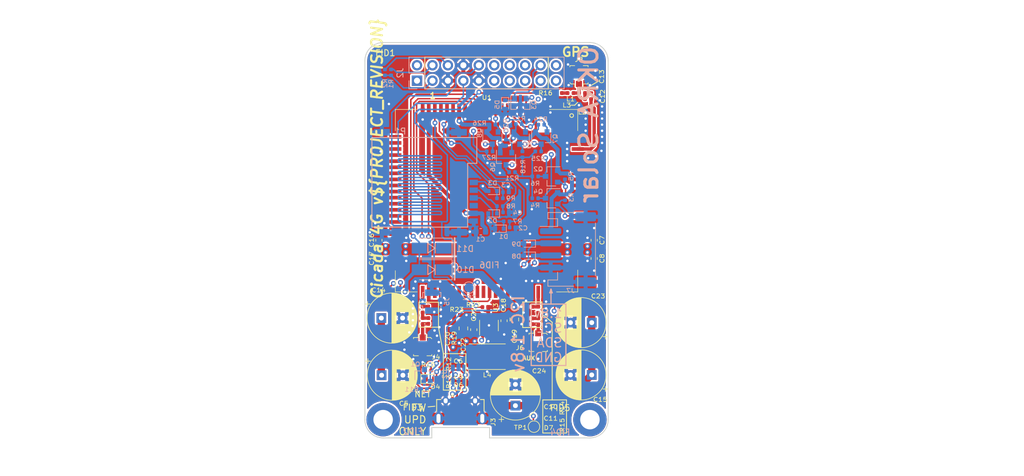
<source format=kicad_pcb>
(kicad_pcb (version 20211014) (generator pcbnew)
  (title_block (title "Cicada 4G") (date "2019-04-02") (rev "${PROJECT_REVISION}") (company "Alexey Zaytsev / Okra Solar"))
  (layers (0 "F.Cu" signal) (1 "In1.Cu" power) (2 "In2.Cu" power) (31 "B.Cu" signal) (34 "B.Paste" user) (35 "F.Paste" user) (36 "B.SilkS" user "B.Silkscreen") (37 "F.SilkS" user "F.Silkscreen") (38 "B.Mask" user) (39 "F.Mask" user) (44 "Edge.Cuts" user))
  (net 0 "")
  (net 1 "GND")
  (net 2 "/SIM_VCC")
  (net 3 "/SIM_RST")
  (net 4 "/SIM_CLK")
  (net 5 "/SIM_IO")
  (net 6 "/V_BATT")
  (net 7 "/MAIN_ANT")
  (net 8 "Net-(C9-Pad1)")
  (net 9 "/AUX_ANT")
  (net 10 "Net-(C11-Pad1)")
  (net 11 "Net-(C12-Pad2)")
  (net 12 "Net-(C13-Pad1)")
  (net 13 "/5v")
  (net 14 "/FB")
  (net 15 "Net-(D1-Pad1)")
  (net 16 "Net-(D2-Pad1)")
  (net 17 "Net-(D3-Pad1)")
  (net 18 "Net-(D4-Pad1)")
  (net 19 "/nRST")
  (net 20 "Net-(D6-Pad1)")
  (net 21 "Net-(D7-Pad1)")
  (net 22 "Net-(D8-Pad1)")
  (net 23 "Net-(D9-Pad1)")
  (net 24 "/VBUS")
  (net 25 "/1v8")
  (net 26 "Net-(L1-Pad1)")
  (net 27 "Net-(L4-Pad1)")
  (net 28 "Net-(Q1-Pad3)")
  (net 29 "Net-(Q1-Pad1)")
  (net 30 "/UART_RX_3v3")
  (net 31 "/UART_TX_1v8")
  (net 32 "Net-(Q3-Pad2)")
  (net 33 "/UART_TX_3v3")
  (net 34 "/UART_RX_1v8")
  (net 35 "/SPI_MISO_3v3")
  (net 36 "/SPI_MISO_1v8")
  (net 37 "/SPI_MOSI_3v3")
  (net 38 "/SPI_MOSI_1v8")
  (net 39 "/SPI_CLK_3v3")
  (net 40 "/SPI_CLK_1v8")
  (net 41 "/nCS_3G_3v3")
  (net 42 "/SPI_CS_1v8")
  (net 43 "/VER_1")
  (net 44 "/3v3")
  (net 45 "/VER_2")
  (net 46 "/POWER")
  (net 47 "Net-(TP1-Pad1)")
  (net 48 "Net-(TP2-Pad1)")
  (net 49 "/GNSS_ANT")
  (net 50 "/D_P")
  (net 51 "/D_N")
  (net 52 "Net-(H1-Pad1)")
  (net 53 "Net-(H2-Pad1)")
  (net 54 "/nCS_WIFI")
  (net 55 "Net-(J3-Pad4)")
  (net 56 "Net-(P1-Pad6)")
  (net 57 "Net-(U1-Pad42)")
  (net 58 "Net-(U1-Pad83)")
  (net 59 "Net-(U1-Pad86)")
  (net 60 "Net-(U1-Pad76)")
  (net 61 "Net-(U1-Pad75)")
  (net 62 "Net-(U1-Pad74)")
  (net 63 "Net-(U1-Pad73)")
  (net 64 "Net-(U1-Pad72)")
  (net 65 "Net-(U1-Pad70)")
  (net 66 "Net-(U1-Pad69)")
  (net 67 "Net-(U1-Pad67)")
  (net 68 "Net-(U1-Pad66)")
  (net 69 "Net-(U1-Pad87)")
  (net 70 "Net-(U1-Pad54)")
  (net 71 "Net-(U1-Pad53)")
  (net 72 "Net-(U1-Pad52)")
  (net 73 "Net-(U1-Pad50)")
  (net 74 "Net-(U1-Pad48)")
  (net 75 "Net-(U1-Pad47)")
  (net 76 "Net-(U1-Pad46)")
  (net 77 "Net-(U1-Pad45)")
  (net 78 "Net-(U1-Pad44)")
  (net 79 "Net-(U1-Pad84)")
  (net 80 "Net-(U1-Pad21)")
  (net 81 "Net-(U1-Pad36)")
  (net 82 "Net-(U1-Pad35)")
  (net 83 "Net-(U1-Pad34)")
  (net 84 "Net-(U1-Pad33)")
  (net 85 "Net-(U1-Pad32)")
  (net 86 "Net-(U1-Pad31)")
  (net 87 "Net-(U1-Pad30)")
  (net 88 "Net-(U1-Pad29)")
  (net 89 "Net-(U1-Pad28)")
  (net 90 "Net-(U1-Pad27)")
  (net 91 "Net-(U1-Pad26)")
  (net 92 "Net-(U1-Pad25)")
  (net 93 "Net-(U1-Pad24)")
  (net 94 "Net-(U1-Pad23)")
  (net 95 "Net-(U1-Pad22)")
  (net 96 "Net-(U1-Pad16)")
  (footprint "Capacitor_THT:CP_Radial_D8.0mm_P3.50mm" (layer "F.Cu") (at 133.75 119.7)
    (fp_text reference "C5")
    (fp_text value "1000uF 10v")
  )
  (footprint "Capacitor_SMD:C_0402_1005Metric" (layer "F.Cu") (at 141.9 108.4)
    (fp_text reference "C6")
    (fp_text value "DNP")
  )
  (footprint "Capacitor_SMD:C_0603_1608Metric" (layer "F.Cu") (at 168.7 97.5 90)
    (fp_text reference "C7")
    (fp_text value "1uF 16v X5R")
  )
  (footprint "Capacitor_SMD:C_0603_1608Metric" (layer "F.Cu") (at 168.7 100.5 -90)
    (fp_text reference "C8")
    (fp_text value "0.1uF 50v X5R")
  )
  (footprint "Capacitor_SMD:C_0402_1005Metric" (layer "F.Cu") (at 141.95 110.3)
    (fp_text reference "C9")
    (fp_text value "DNP")
  )
  (footprint "Capacitor_SMD:C_0402_1005Metric" (layer "F.Cu") (at 158.1 108.45 180)
    (fp_text reference "C10")
    (fp_text value "DNP")
  )
  (footprint "Capacitor_SMD:C_0402_1005Metric" (layer "F.Cu") (at 158.065 110.35 180)
    (fp_text reference "C11")
    (fp_text value "DNP")
  )
  (footprint "Capacitor_SMD:C_0402_1005Metric" (layer "F.Cu") (at 168.2 73.8 90)
    (fp_text reference "C12")
    (fp_text value "DNP")
  )
  (footprint "Capacitor_THT:CP_Radial_D8.0mm_P3.50mm" (layer "F.Cu") (at 133.7 110.3)
    (fp_text reference "C14")
    (fp_text value "1000uF 10v")
  )
  (footprint "Capacitor_SMD:C_0603_1608Metric" (layer "F.Cu") (at 153.875736 110.739706 -90)
    (fp_text reference "C18")
    (fp_text value "0.1uF 50v X5R")
  )
  (footprint "Capacitor_SMD:C_0805_2012Metric" (layer "F.Cu") (at 155.575735 110.527208 90)
    (fp_text reference "C19")
    (fp_text value "22uF 16v X5R")
  )
  (footprint "Capacitor_SMD:C_0402_1005Metric" (layer "F.Cu") (at 144.675737 111.627209 90)
    (fp_text reference "C20")
    (fp_text value "100pF C0G")
  )
  (footprint "Capacitor_THT:CP_Radial_D8.0mm_P3.50mm" (layer "F.Cu") (at 168.3 111.05 180)
    (fp_text reference "C23")
    (fp_text value "1000uF 10v")
  )
  (footprint "Diode_SMD:D_0603_1608Metric" (layer "F.Cu") (at 141.7 120.3)
    (fp_text reference "D4")
    (fp_text value "LED_B")
  )
  (footprint "Diode_SMD:D_0402_1005Metric" (layer "F.Cu") (at 141.935 111.25)
    (fp_text reference "D6")
    (fp_text value "TVS")
  )
  (footprint "Diode_SMD:D_0402_1005Metric" (layer "F.Cu") (at 158.065 111.3 180)
    (fp_text reference "D7")
    (fp_text value "TVS")
  )
  (footprint "cicada-footprints:ZX62D-B-5PA8" (layer "F.Cu") (at 146.7 126.8)
    (fp_text reference "J3")
    (fp_text value "USB_OTG" hide)
  )
  (footprint "cicada-footprints:U.FL_Molex_MCRF_73412-0110_Vertical" (layer "F.Cu") (at 140.5 115 180)
    (fp_text reference "J4")
    (fp_text value "IPX")
  )
  (footprint "cicada-footprints:U.FL_Molex_MCRF_73412-0110_Vertical" (layer "F.Cu") (at 159.5 114.3 180)
    (fp_text reference "J6")
    (fp_text value "IPX")
  )
  (footprint "cicada-footprints:U.FL_Molex_MCRF_73412-0110_Vertical" (layer "F.Cu") (at 166.2 70.3)
    (fp_text reference "J8")
    (fp_text value "IPX")
  )
  (footprint "Inductor_SMD:L_0402_1005Metric" (layer "F.Cu") (at 164.815 73.3)
    (fp_text reference "L1")
    (fp_text value "47nH")
  )
  (footprint "Inductor_SMD:L_0402_1005Metric" (layer "F.Cu") (at 167.7 75.3 180)
    (fp_text reference "L2")
    (fp_text value "DNP")
  )
  (footprint "Inductor_SMD:L_0402_1005Metric" (layer "F.Cu") (at 166.7 74.3 180)
    (fp_text reference "L3")
    (fp_text value "DNP")
  )
  (footprint "cicada-footprints:L_4030_Handsoldering" (layer "F.Cu") (at 151.1 116.65 180)
    (fp_text reference "L4")
    (fp_text value "3.3uH 2A")
  )
  (footprint "Resistor_SMD:R_0402_1005Metric" (layer "F.Cu") (at 141.4 118.9)
    (fp_text reference "R10")
    (fp_text value "470R")
  )
  (footprint "Resistor_SMD:R_0402_1005Metric" (layer "F.Cu") (at 140.5 108.9 90)
    (fp_text reference "R12")
    (fp_text value "0R")
  )
  (footprint "Resistor_SMD:R_0402_1005Metric" (layer "F.Cu") (at 140.5 110.785 90)
    (fp_text reference "R13")
    (fp_text value "0R")
  )
  (footprint "Resistor_SMD:R_0402_1005Metric" (layer "F.Cu") (at 159.5 108.935 90)
    (fp_text reference "R14")
    (fp_text value "0R")
  )
  (footprint "Resistor_SMD:R_0402_1005Metric" (layer "F.Cu") (at 159.5 110.835 90)
    (fp_text reference "R15")
    (fp_text value "0R")
  )
  (footprint "Resistor_SMD:R_0402_1005Metric" (layer "F.Cu") (at 162.9 73.3 180)
    (fp_text reference "R16")
    (fp_text value "10R")
  )
  (footprint "Resistor_SMD:R_0402_1005Metric" (layer "F.Cu") (at 145.675736 111.627209 -90)
    (fp_text reference "R19")
    (fp_text value "40.2k")
  )
  (footprint "Resistor_SMD:R_0402_1005Metric" (layer "F.Cu") (at 150.815 108.5)
    (fp_text reference "R22")
    (fp_text value "40.2k")
  )
  (footprint "Resistor_SMD:R_0402_1005Metric" (layer "F.Cu") (at 146.175736 109.8 180)
    (fp_text reference "R23")
    (fp_text value "6.98k")
  )
  (footprint "TestPoint:TestPoint_Pad_D1.5mm" (layer "F.Cu") (at 158.8 128.15)
    (fp_text reference "TP1")
    (fp_text value "TestPoint")
  )
  (footprint "Package_TO_SOT_SMD:TSOT-23-5" (layer "F.Cu") (at 151.375735 111.527209 90)
    (fp_text reference "U3")
    (fp_text value "M3406-ADJ")
  )
  (footprint "Capacitor_THT:CP_Radial_D8.0mm_P3.50mm" (layer "F.Cu") (at 168.3 119.65 180)
    (fp_text reference "C15")
    (fp_text value "1000uF 10v")
  )
  (footprint "Capacitor_SMD:C_0805_2012Metric" (layer "F.Cu") (at 147.2 112 -90)
    (fp_text reference "C22")
    (fp_text value "22uF 16v X5R")
  )
  (footprint "Capacitor_SMD:C_0603_1608Metric" (layer "F.Cu") (at 148.9 112.2125 90)
    (fp_text reference "C21")
    (fp_text value "0.1uF 50v X5R")
  )
  (footprint "Capacitor_SMD:C_0603_1608Metric" (layer "F.Cu") (at 133.3 100.5 -90)
    (fp_text reference "C17")
    (fp_text value "0.1uF 50v X5R")
  )
  (footprint "Capacitor_SMD:C_0603_1608Metric" (layer "F.Cu") (at 133.3 97.5 90)
    (fp_text reference "C16")
    (fp_text value "1uF 16v X5R")
  )
  (footprint "cicada-footprints:sim7600" (layer "F.Cu") (at 151 91 180)
    (fp_text reference "U1")
    (fp_text value "sim7600" hide)
  )
  (footprint "Capacitor_SMD:C_0402_1005Metric" (layer "F.Cu") (at 166.7 73.3)
    (fp_text reference "C13")
    (fp_text value "33pF C0G")
  )
  (footprint "Capacitor_THT:CP_Radial_D8.0mm_P3.50mm" (layer "F.Cu") (at 155.75 124.7 90)
    (fp_text reference "C24")
    (fp_text value "1000uF 10v")
  )
  (footprint "MountingHole:MountingHole_3.2mm_M3_ISO14580_Pad" (layer "F.Cu") (at 134 127)
    (fp_text reference "H1" hide)
    (fp_text value "MountingHole_Pad")
  )
  (footprint "MountingHole:MountingHole_3.2mm_M3_ISO14580_Pad" (layer "F.Cu") (at 168 127)
    (fp_text reference "H2" hide)
    (fp_text value "MountingHole_Pad")
  )
  (footprint "Fiducial:Fiducial_1mm_Mask2mm" (layer "F.Cu") (at 134.3528 68.7084)
    (fp_text reference "FID1")
    (fp_text value "Fiducial")
  )
  (footprint "Fiducial:Fiducial_1mm_Mask2mm" (layer "F.Cu") (at 138.874 126.976)
    (fp_text reference "FID3")
    (fp_text value "Fiducial")
  )
  (footprint "Fiducial:Fiducial_1mm_Mask2mm" (layer "F.Cu") (at 163.1056 127.0776)
    (fp_text reference "FID5")
    (fp_text value "Fiducial")
  )
  (footprint "Capacitor_SMD:C_0603_1608Metric" (layer "B.Cu") (at 150.05 96.1 180)
    (fp_text reference "C1")
    (fp_text value "0.1uF 50v X5R")
  )
  (footprint "Capacitor_SMD:C_0402_1005Metric" (layer "B.Cu") (at 155.285 95.4 180)
    (fp_text reference "C2")
    (fp_text value "33pF C0G")
  )
  (footprint "Capacitor_SMD:C_0402_1005Metric" (layer "B.Cu") (at 154.185 89.6 180)
    (fp_text reference "C3")
    (fp_text value "33pF C0G")
  )
  (footprint "Capacitor_SMD:C_0402_1005Metric" (layer "B.Cu") (at 154.2 92.9 180)
    (fp_text reference "C4")
    (fp_text value "33pF C0G")
  )
  (footprint "Diode_SMD:D_SOD-523" (layer "B.Cu") (at 153.1 95.6 180)
    (fp_text reference "D1")
    (fp_text value "TVS")
  )
  (footprint "Diode_SMD:D_SOD-523" (layer "B.Cu") (at 152 93.1 180)
    (fp_text reference "D2")
    (fp_text value "TVS")
  )
  (footprint "Diode_SMD:D_SOD-523" (layer "B.Cu") (at 152 89.4 180)
    (fp_text reference "D3")
    (fp_text value "TVS")
  )
  (footprint "Diode_SMD:D_SOD-523" (layer "B.Cu") (at 154.058579 75.2 -90)
    (fp_text reference "D5")
    (fp_text value "TVS")
  )
  (footprint "Diode_SMD:D_SOD-523" (layer "B.Cu") (at 157.9 100.05 180)
    (fp_text reference "D8")
    (fp_text value "TVS")
  )
  (footprint "Diode_SMD:D_SOD-523" (layer "B.Cu") (at 157.9 98.05 180)
    (fp_text reference "D9")
    (fp_text value "TVS")
  )
  (footprint "cicada-footprints:U.FL_Molex_MCRF_73412-0110_Vertical" (layer "B.Cu") (at 142 107.6 90)
    (fp_text reference "J5")
    (fp_text value "IPX")
  )
  (footprint "Connector_JST:JST_PH_S4B-PH-SM4-TB_1x04-1MP_P2.00mm_Horizontal" (layer "B.Cu") (at 164.4 99 -90)
    (fp_text reference "J7")
    (fp_text value "Conn_01x04")
  )
  (footprint "cicada-footprints:SK-C793" (layer "B.Cu") (at 140.4 88.1 90)
    (fp_text reference "P1")
    (fp_text value "SK-C793")
  )
  (footprint "Package_TO_SOT_SMD:SOT-23" (layer "B.Cu") (at 161.7 87 180)
    (fp_text reference "Q2")
    (fp_text value "NMOS")
  )
  (footprint "Package_TO_SOT_SMD:SOT-23" (layer "B.Cu") (at 156.568579 75.22 -90)
    (fp_text reference "Q3")
    (fp_text value "PMOS")
  )
  (footprint "Package_TO_SOT_SMD:SOT-23" (layer "B.Cu") (at 161.7 90.6 180)
    (fp_text reference "Q4")
    (fp_text value "NMOS")
  )
  (footprint "Package_TO_SOT_SMD:SOT-23" (layer "B.Cu") (at 156.45 80.7 -90)
    (fp_text reference "Q5")
    (fp_text value "NMOS")
  )
  (footprint "Package_TO_SOT_SMD:SOT-23" (layer "B.Cu") (at 154.2 84.1 -90)
    (fp_text reference "Q6")
    (fp_text value "NMOS")
  )
  (footprint "Package_TO_SOT_SMD:SOT-23" (layer "B.Cu") (at 160 80.7 -90)
    (fp_text reference "Q7")
    (fp_text value "NMOS")
  )
  (footprint "Package_TO_SOT_SMD:SOT-23" (layer "B.Cu") (at 151.96066 80.694974 -90)
    (fp_text reference "Q8")
    (fp_text value "NMOS")
  )
  (footprint "Resistor_SMD:R_0402_1005Metric" (layer "B.Cu") (at 135.3 69.9 90)
    (fp_text reference "R1")
    (fp_text value "54.9k")
  )
  (footprint "Resistor_SMD:R_0402_1005Metric" (layer "B.Cu") (at 134.3 69.9 90)
    (fp_text reference "R2")
    (fp_text value "340k")
  )
  (footprint "Resistor_SMD:R_0402_1005Metric" (layer "B.Cu") (at 163.9 90.443503 -90)
    (fp_text reference "R3")
    (fp_text value "4.7k")
  )
  (footprint "Resistor_SMD:R_0402_1005Metric" (layer "B.Cu") (at 159 90.6)
    (fp_text reference "R4")
    (fp_text value "4.7k")
  )
  (footprint "Resistor_SMD:R_0402_1005Metric" (layer "B.Cu") (at 163.9 87 -90)
    (fp_text reference "R5")
    (fp_text value "4.7k")
  )
  (footprint "Resistor_SMD:R_0402_1005Metric" (layer "B.Cu") (at 159 87)
    (fp_text reference "R6")
    (fp_text value "4.7k")
  )
  (footprint "Resistor_SMD:R_0402_1005Metric" (layer "B.Cu") (at 153.2 91.9 180)
    (fp_text reference "R8")
    (fp_text value "22R")
  )
  (footprint "Resistor_SMD:R_0402_1005Metric" (layer "B.Cu") (at 140.7 122 180)
    (fp_text reference "R11")
    (fp_text value "40.2k")
  )
  (footprint "Resistor_SMD:R_0402_1005Metric" (layer "B.Cu") (at 156.3 78.4)
    (fp_text reference "R17")
    (fp_text value "4.7k")
  )
  (footprint "Resistor_SMD:R_0402_1005Metric" (layer "B.Cu") (at 156.9 83.385 90)
    (fp_text reference "R18")
    (fp_text value "4.7k")
  )
  (footprint "Resistor_SMD:R_0402_1005Metric" (layer "B.Cu") (at 154.2 81.45 90)
    (fp_text reference "R20")
    (fp_text value "4.7k")
  )
  (footprint "Resistor_SMD:R_0402_1005Metric" (layer "B.Cu") (at 155.2 86.3 180)
    (fp_text reference "R21")
    (fp_text value "4.7k")
  )
  (footprint "Resistor_SMD:R_0402_1005Metric" (layer "B.Cu") (at 160 78.5)
    (fp_text reference "R24")
    (fp_text value "4.7k")
  )
  (footprint "Resistor_SMD:R_0402_1005Metric" (layer "B.Cu") (at 159.5 82.9)
    (fp_text reference "R25")
    (fp_text value "4.7k")
  )
  (footprint "Resistor_SMD:R_0402_1005Metric" (layer "B.Cu") (at 151.960661 78.5)
    (fp_text reference "R26")
    (fp_text value "4.7k")
  )
  (footprint "Resistor_SMD:R_0402_1005Metric" (layer "B.Cu") (at 151.515 82.9)
    (fp_text reference "R27")
    (fp_text value "4.7k")
  )
  (footprint "Package_TO_SOT_SMD:SOT-23-6" (layer "B.Cu") (at 146.4 119.6 -90)
    (fp_text reference "U2")
    (fp_text value "USBLC6-2SC6")
  )
  (footprint "cicada-footprints:PinSocket_2x08_P2.54mm_Vertical_padded" (layer "B.Cu") (at 139.57 71.27 -90)
    (fp_text reference "J2")
    (fp_text value "Host")
  )
  (footprint "Resistor_SMD:R_0402_1005Metric" (layer "B.Cu") (at 154.3 94.4 180)
    (fp_text reference "R7")
    (fp_text value "22R")
  )
  (footprint "Diode_SMD:D_SMA" (layer "B.Cu") (at 141.95 102.35 180)
    (fp_text reference "D10")
    (fp_text value "SS14")
  )
  (footprint "Resistor_SMD:R_0402_1005Metric" (layer "B.Cu") (at 153.2 90.6 180)
    (fp_text reference "R9")
    (fp_text value "22R")
  )
  (footprint "TestPoint:TestPoint_Pad_D1.5mm" (layer "B.Cu") (at 148.1 105.3)
    (fp_text reference "TP2")
    (fp_text value "TestPoint")
  )
  (footprint "Diode_SMD:D_SMA" (layer "B.Cu") (at 141.95 98.8 180)
    (fp_text reference "D11")
    (fp_text value "SS14")
  )
  (footprint "Package_TO_SOT_SMD:SOT-23" (layer "B.Cu") (at 140.8 119.75 90)
    (fp_text reference "Q1")
    (fp_text value "NMOS")
  )
  (footprint "Fiducial:Fiducial_1mm_Mask2mm" (layer "B.Cu") (at 138.874 126.976)
    (fp_text reference "FID2")
    (fp_text value "Fiducial")
  )
  (footprint "Fiducial:Fiducial_1mm_Mask2mm" (layer "B.Cu") (at 163.1056 127.0776)
    (fp_text reference "FID4")
    (fp_text value "Fiducial")
  )
  (footprint "Fiducial:Fiducial_1mm_Mask2mm" (layer "B.Cu") (at 151.4724 99.5948)
    (fp_text reference "FID6")
    (fp_text value "Fiducial")
  )
  (gr_line (start 164.05 118.1) (end 164.05 108) (layer "B.SilkS") (width 0.2))
  (gr_line (start 161.4 106.15) (end 161.6 105.55) (layer "B.SilkS") (width 0.2))
  (gr_line (start 164.05 108) (end 158.35 108) (layer "B.SilkS") (width 0.2))
  (gr_line (start 158.35 118.1) (end 164.05 118.1) (layer "B.SilkS") (width 0.2))
  (gr_line (start 158.35 108) (end 158.35 118.1) (layer "B.SilkS") (width 0.2))
  (gr_line (start 161.8 106.15) (end 161.4 106.15) (layer "B.SilkS") (width 0.2))
  (gr_line (start 161.6 105.55) (end 161.8 106.15) (layer "B.SilkS") (width 0.2))
  (gr_line (start 161.6 108) (end 161.6 105.55) (layer "B.SilkS") (width 0.2))
  (gr_line (start 147.6 122.15) (end 143.9 122.15) (layer "F.SilkS") (width 0.15))
  (gr_line (start 147.6 116.15) (end 147.6 122.15) (layer "F.SilkS") (width 0.15))
  (gr_line (start 143.9 116.15) (end 147.6 116.15) (layer "F.SilkS") (width 0.15))
  (gr_line (start 143.9 122.15) (end 143.9 116.15) (layer "F.SilkS") (width 0.15))
  (gr_line (start 139.9 111.8) (end 139.9 107.7) (layer "F.SilkS") (width 0.15))
  (gr_line (start 143.9 116.15) (end 143.1 111.8) (layer "F.SilkS") (width 0.15))
  (gr_line (start 160.25 129.15) (end 160.25 123.75) (layer "F.SilkS") (width 0.15))
  (gr_line (start 161.15 72.6) (end 140.85 72.6) (layer "F.SilkS") (width 0.15))
  (gr_line (start 140.85 72.6) (end 140.85 67.4) (layer "F.SilkS") (width 0.15))
  (gr_line (start 160.25 123.75) (end 164.15 123.75) (layer "F.SilkS") (width 0.15))
  (gr_line (start 143.1 111.8) (end 139.9 111.8) (layer "F.SilkS") (width 0.15))
  (gr_line (start 160.1 107.65) (end 160.1 111.85) (layer "F.SilkS") (width 0.15))
  (gr_line (start 140.85 67.4) (end 161.15 67.4) (layer "F.SilkS") (width 0.15))
  (gr_line (start 143.1 107.7) (end 143.1 111.8) (layer "F.SilkS") (width 0.15))
  (gr_line (start 161.15 67.4) (end 161.15 72.6) (layer "F.SilkS") (width 0.15))
  (gr_line (start 156.95 111.85) (end 156.95 107.65) (layer "F.SilkS") (width 0.15))
  (gr_line (start 141.4 124.9) (end 142.5 124.8) (layer "F.SilkS") (width 0.15))
  (gr_line (start 169.4 71.35) (end 166.9 72.8) (layer "F.SilkS") (width 0.15))
  (gr_line (start 160.4 109.85) (end 161.8 111) (layer "F.SilkS") (width 0.15))
  (gr_line (start 139.9 107.7) (end 143.1 107.7) (layer "F.SilkS") (width 0.15))
  (gr_line (start 156.95 107.65) (end 160.1 107.65) (layer "F.SilkS") (width 0.15))
  (gr_line (start 161.8 111) (end 161.8 123.75) (layer "F.SilkS") (width 0.15))
  (gr_line (start 160.1 109.85) (end 160.35 109.85) (layer "F.SilkS") (width 0.15))
  (gr_line (start 165.5 75.3) (end 166 74.8) (layer "F.SilkS") (width 0.15))
  (gr_line (start 164.15 129.2) (end 160.25 129.2) (layer "F.SilkS") (width 0.15))
  (gr_line (start 164.15 123.75) (end 164.15 129.2) (layer "F.SilkS") (width 0.15))
  (gr_line (start 160.1 111.85) (end 156.95 111.85) (layer "F.SilkS") (width 0.15))
  (gr_line (start 164.9 75.3) (end 165.5 75.3) (layer "F.SilkS") (width 0.15))
  (gr_arc (start 168 65) (mid 170.12132 65.87868) (end 171 68) (layer "Edge.Cuts") (width 0.15))
  (gr_arc (start 171 127) (mid 170.12132 129.12132) (end 168 130) (layer "Edge.Cuts") (width 0.15))
  (gr_arc (start 134 130) (mid 131.87868 129.12132) (end 131 127) (layer "Edge.Cuts") (width 0.15))
  (gr_line (start 151.5 130) (end 168 130) (layer "Edge.Cuts") (width 0.15))
  (gr_line (start 171 68) (end 171 127) (layer "Edge.Cuts") (width 0.15))
  (gr_arc (start 131 68) (mid 131.87868 65.87868) (end 134 65) (layer "Edge.Cuts") (width 0.15))
  (gr_line (start 142 130) (end 142 128.3) (layer "Edge.Cuts") (width 0.15))
  (gr_line (start 134 65) (end 168 65) (layer "Edge.Cuts") (width 0.15))
  (gr_line (start 142 130) (end 134 130) (layer "Edge.Cuts") (width 0.15))
  (gr_line (start 142 128.3) (end 151.5 128.3) (layer "Edge.Cuts") (width 0.15))
  (gr_line (start 151.5 128.3) (end 151.5 130) (layer "Edge.Cuts") (width 0.15))
  (gr_line (start 131 127) (end 131 68) (layer "Edge.Cuts") (width 0.15))
  (gr_text "I2C 1.8v" (at 156.2 112.9 90) (layer "B.SilkS") (effects (font (size 2 2) (thickness 0.3)) (justify mirror)))
  (gr_text "1.8v\nSCL\nSDA\nGND" (at 163.6 113.15) (layer "B.SilkS") (effects (font (size 1.5 1.5) (thickness 0.2)) (justify left mirror)))
  (gr_text "OKRA Solar" (at 167.8 78.5 90) (layer "B.SilkS") (effects (font (size 3 3) (thickness 0.5)) (justify mirror)))
  (gr_text "AUX" (at 157.95 116.9) (layer "F.SilkS") (effects (font (size 0.7 0.7))))
  (gr_text "GPS" (at 165.65 66.55) (layer "F.SilkS") (effects (font (size 1.5 1.5) (thickness 0.3))))
  (gr_text "NET" (at 140.5 122.8) (layer "F.SilkS") (effects (font (size 1 1))))
  (gr_text "1" (at 142.15 73.75) (layer "F.SilkS") (effects (font (size 1 1) (thickness 0.2))))
  (gr_text "FW\nUPD\nONLY" (at 141.2 127) (layer "F.SilkS") (effects (font (size 1.2 1.2) (thickness 0.17)) (justify right)))
  (gr_text "Cicada 4G v${PROJECT_REVISION}" (at 133 84.15 90) (layer "F.SilkS") (effects (font (size 1.8 1.8) (thickness 0.35) italic)))
  (via (at 159.5 74.3) (size 0.8) (drill 0.4) (layers "F.Cu" "B.Cu") (net 0))
  (segment (start 147.2 110.3) (end 147.7 109.8) (width 0.65) (layer "F.Cu") (net 1))
  (segment (start 147.2 111.0625) (end 147.2 110.3) (width 0.65) (layer "F.Cu") (net 1))
  (via (at 138.9 107.6) (size 0.8) (drill 0.4) (layers "F.Cu" "B.Cu") (net 1))
  (via (at 160.8 108.7) (size 0.8) (drill 0.4) (layers "F.Cu" "B.Cu") (net 1))
  (via (at 134.4 100.9) (size 0.8) (drill 0.4) (layers "F.Cu" "B.Cu") (net 1))
  (via (at 169.6 74.5) (size 0.8) (drill 0.4) (layers "F.Cu" "B.Cu") (net 1))
  (via (at 158 77.7) (size 0.8) (drill 0.4) (layers "F.Cu" "B.Cu") (net 1))
  (via (at 161.5 75.5) (size 0.8) (drill 0.4) (layers "F.Cu" "B.Cu") (net 1))
  (via (at 164.3 97.1) (size 0.8) (drill 0.4) (layers "F.Cu" "B.Cu") (net 1))
  (via (at 148.9 110.2) (size 0.8) (drill 0.4) (layers "F.Cu" "B.Cu") (net 1))
  (via (at 156.7 114.2) (size 0.8) (drill 0.4) (layers "F.Cu" "B.Cu") (net 1))
  (via (at 137.5 114.3) (size 0.8) (drill 0.4) (layers "F.Cu" "B.Cu") (net 1))
  (via (at 153.9 113) (size 0.8) (drill 0.4) (layers "F.Cu" "B.Cu") (net 1))
  (via (at 143.5 108.9) (size 0.8) (drill 0.4) (layers "F.Cu" "B.Cu") (net 1))
  (via (at 170 76.5) (size 0.8) (drill 0.4) (layers "F.Cu" "B.Cu") (net 1))
  (via (at 167.6 97.1) (size 0.8) (drill 0.4) (layers "F.Cu" "B.Cu") (net 1))
  (via (at 138.3 112.65) (size 0.8) (drill 0.4) (layers "F.Cu" "B.Cu") (net 1))
  (via (at 161.5 76.5) (size 0.8) (drill 0.4) (layers "F.Cu" "B.Cu") (net 1))
  (via (at 146.4 117.25) (size 0.8) (drill 0.4) (layers "F.Cu" "B.Cu") (net 1))
  (via (at 169.2 72.3) (size 0.8) (drill 0.4) (layers "F.Cu" "B.Cu") (net 1))
  (via (at 151.3 114.1) (size 0.8) (drill 0.4) (layers "F.Cu" "B.Cu") (net 1))
  (via (at 137.5 115.5) (size 0.8) (drill 0.4) (layers "F.Cu" "B.Cu") (net 1))
  (via (at 143.5 107.8) (size 0.8) (drill 0.4) (layers "F.Cu" "B.Cu") (net 1))
  (via (at 134.95 75.1) (size 0.8) (drill 0.4) (layers "F.Cu" "B.Cu") (net 1))
  (via (at 166.2 75.3) (size 0.8) (drill 0.4) (layers "F.Cu" "B.Cu") (net 1))
  (via (at 143.25 111.8) (size 0.8) (drill 0.4) (layers "F.Cu" "B.Cu") (net 1))
  (via (at 151.4 111.5) (size 0.8) (drill 0.4) (layers "F.Cu" "B.Cu") (net 1))
  (via (at 151.5 74.4) (size 0.8) (drill 0.4) (layers "F.Cu" "B.Cu") (net 1))
  (via (at 151.3 94.3) (size 0.8) (drill 0.4) (layers "F.Cu" "B.Cu") (net 1))
  (via (at 164.25 82.5) (size 0.8) (drill 0.4) (layers "F.Cu" "B.Cu") (net 1))
  (via (at 147.7 109.8) (size 0.8) (drill 0.4) (layers "F.Cu" "B.Cu") (net 1))
  (via (at 169 83.7) (size 0.8) (drill 0.4) (layers "F.Cu" "B.Cu") (net 1))
  (via (at 168.9 69.65) (size 0.8) (drill 0.4) (layers "F.Cu" "B.Cu") (net 1))
  (via (at 156.75 111.3) (size 0.8) (drill 0.4) (layers "F.Cu" "B.Cu") (net 1))
  (via (at 164.4 68.6) (size 0.8) (drill 0.4) (layers "F.Cu" "B.Cu") (net 1))
  (via (at 164.5 72) (size 0.8) (drill 0.4) (layers "F.Cu" "B.Cu") (net 1))
  (via (at 157.5 107.45) (size 0.8) (drill 0.4) (layers "F.Cu" "B.Cu") (net 1))
  (via (at 153.35 103.85) (size 0.8) (drill 0.4) (layers "F.Cu" "B.Cu") (net 1))
  (via (at 157.65 88.25) (size 0.8) (drill 0.4) (layers "F.Cu" "B.Cu") (net 1))
  (via (at 159.5 104.2) (size 0.8) (drill 0.4) (layers "F.Cu" "B.Cu") (net 1))
  (via (at 148.25 96.1) (size 0.8) (drill 0.4) (layers "F.Cu" "B.Cu") (net 1))
  (via (at 167.7 84) (size 0.8) (drill 0.4) (layers "F.Cu" "B.Cu") (net 1))
  (via (at 170 80.5) (size 0.8) (drill 0.4) (layers "F.Cu" "B.Cu") (net 1))
  (via (at 141.6 104.1) (size 0.8) (drill 0.4) (layers "F.Cu" "B.Cu") (net 1))
  (via (at 138.95 117.05) (size 0.8) (drill 0.4) (layers "F.Cu" "B.Cu") (net 1))
  (via (at 160.5 104.2) (size 0.8) (drill 0.4) (layers "F.Cu" "B.Cu") (net 1))
  (via (at 158.5 104.2) (size 0.8) (drill 0.4) (layers "F.Cu" "B.Cu") (net 1))
  (via (at 151.5 77.5) (size 0.8) (drill 0.4) (layers "F.Cu" "B.Cu") (net 1))
  (via (at 166.2 67.65) (size 0.8) (drill 0.4) (layers "F.Cu" "B.Cu") (net 1))
  (via (at 139 106.625) (size 0.8) (drill 0.4) (layers "F.Cu" "B.Cu") (net 1))
  (via (at 156.7 108.45) (size 0.8) (drill 0.4) (layers "F.Cu" "B.Cu") (net 1))
  (via (at 138.9 110.65) (size 0.8) (drill 0.4) (layers "F.Cu" "B.Cu") (net 1))
  (via (at 143.5 110) (size 0.8) (drill 0.4) (layers "F.Cu" "B.Cu") (net 1))
  (via (at 158.45 92.4) (size 0.8) (drill 0.4) (layers "F.Cu" "B.Cu") (net 1))
  (via (at 167.3 78.5) (size 0.8) (drill 0.4) (layers "F.Cu" "B.Cu") (net 1))
  (via (at 170 75.5) (size 0.8) (drill 0.4) (layers "F.Cu" "B.Cu") (net 1))
  (via (at 151.1 119.1) (size 0.8) (drill 0.4) (layers "F.Cu" "B.Cu") (net 1))
  (via (at 140.5 117.55) (size 0.8) (drill 0.4) (layers "F.Cu" "B.Cu") (net 1))
  (via (at 150.394135 88.605865) (size 0.8) (drill 0.4) (layers "F.Cu" "B.Cu") (net 1))
  (via (at 151.15 84.8) (size 0.8) (drill 0.4) (layers "F.Cu" "B.Cu") (net 1))
  (via (at 152.191086 96.42499) (size 0.8) (drill 0.4) (layers "F.Cu" "B.Cu") (net 1))
  (via (at 160.8 110.7) (size 0.8) (drill 0.4) (layers "F.Cu" "B.Cu") (net 1))
  (via (at 168 72) (size 0.8) (drill 0.4) (layers "F.Cu" "B.Cu") (net 1))
  (via (at 164.3 96) (size 0.8) (drill 0.4) (layers "F.Cu" "B.Cu") (net 1))
  (via (at 164.25 81.5) (size 0.8) (drill 0.4) (layers "F.Cu" "B.Cu") (net 1))
  (via (at 142.85 113.2) (size 0.8) (drill 0.4) (layers "F.Cu" "B.Cu") (net 1))
  (via (at 133.3 102.5) (size 0.8) (drill 0.4) (layers "F.Cu" "B.Cu") (net 1))
  (via (at 170 78.5) (size 0.8) (drill 0.4) (layers "F.Cu" "B.Cu") (net 1))
  (via (at 138.9 108.7) (size 0.8) (drill 0.4) (layers "F.Cu" "B.Cu") (net 1))
  (via (at 132.7 94.7) (size 0.8) (drill 0.4) (layers "F.Cu" "B.Cu") (net 1))
  (via (at 160.6 74.3) (size 0.8) (drill 0.4) (layers "F.Cu" "B.Cu") (net 1))
  (via (at 164.25 84.5) (size 0.8) (drill 0.4) (layers "F.Cu" "B.Cu") (net 1))
  (via (at 137.8 100.9) (size 0.8) (drill 0.4) (layers "F.Cu" "B.Cu") (net 1))
  (via (at 154.57499 88.7) (size 0.8) (drill 0.4) (layers "F.Cu" "B.Cu") (net 1))
  (via (at 143.376127 104.300011) (size 0.8) (drill 0.4) (layers "F.Cu" "B.Cu") (net 1))
  (via (at 155.6 113) (size 0.8) (drill 0.4) (layers "F.Cu" "B.Cu") (net 1))
  (via (at 167.3 76.5) (size 0.8) (drill 0.4) (layers "F.Cu" "B.Cu") (net 1))
  (via (at 168.7 102.5) (size 0.8) (drill 0.4) (layers "F.Cu" "B.Cu") (net 1))
  (via (at 164.3 100.9) (size 0.8) (drill 0.4) (layers "F.Cu" "B.Cu") (net 1))
  (via (at 137.8 97.1) (size 0.8) (drill 0.4) (layers "F.Cu" "B.Cu") (net 1))
  (via (at 134.2 94.7) (size 0.8) (drill 0.4) (layers "F.Cu" "B.Cu") (net 1))
  (via (at 170 77.5) (size 0.8) (drill 0.4) (layers "F.Cu" "B.Cu") (net 1))
  (via (at 170 79.5) (size 0.8) (drill 0.4) (layers "F.Cu" "B.Cu") (net 1))
  (via (at 156.42501 92.9) (size 0.8) (drill 0.4) (layers "F.Cu" "B.Cu") (net 1))
  (via (at 147.5 77.55) (size 0.8) (drill 0.4) (layers "F.Cu" "B.Cu") (net 1))
  (via (at 157.5 104.2) (size 0.8) (drill 0.4) (layers "F.Cu" "B.Cu") (net 1))
  (via (at 170 81.5) (size 0.8) (drill 0.4) (layers "F.Cu" "B.Cu") (net 1))
  (via (at 143.15 115.7) (size 0.8) (drill 0.4) (layers "F.Cu" "B.Cu") (net 1))
  (via (at 164.25 83.5) (size 0.8) (drill 0.4) (layers "F.Cu" "B.Cu") (net 1))
  (via (at 169.9 82.8) (size 0.8) (drill 0.4) (layers "F.Cu" "B.Cu") (net 1))
  (via (at 140.55 104.1) (size 0.8) (drill 0.4) (layers "F.Cu" "B.Cu") (net 1))
  (via (at 154.15 101.25) (size 0.8) (drill 0.4) (layers "F.Cu" "B.Cu") (net 1))
  (via (at 160.8 111.7) (size 0.8) (drill 0.4) (layers "F.Cu" "B.Cu") (net 1))
  (via (at 142.4 109.3) (size 0.8) (drill 0.4) (layers "F.Cu" "B.Cu") (net 1))
  (via (at 143.15 114.25) (size 0.8) (drill 0.4) (layers "F.Cu" "B.Cu") (net 1))
  (via (at 167.3 77.5) (size 0.8) (drill 0.4) (layers "F.Cu" "B.Cu") (net 1))
  (via (at 142.35 116.65) (size 0.8) (drill 0.4) (layers "F.Cu" "B.Cu") (net 1))
  (via (at 168.7 95.5) (size 0.8) (drill 0.4) (layers "F.Cu" "B.Cu") (net 1))
  (via (at 138.85 111.6) (size 0.8) (drill 0.4) (layers "F.Cu" "B.Cu") (net 1))
  (via (at 142.45 112.35) (size 0.8) (drill 0.4) (layers "F.Cu" "B.Cu") (net 1))
  (via (at 138.9 109.65) (size 0.8) (drill 0.4) (layers "F.Cu" "B.Cu") (net 1))
  (via (at 162.3 114.2) (size 0.8) (drill 0.4) (layers "F.Cu" "B.Cu") (net 1))
  (via (at 167.3 79.5) (size 0.8) (drill 0.4) (layers "F.Cu" "B.Cu") (net 1))
  (via (at 131.8 96.2) (size 0.8) (drill 0.4) (layers "F.Cu" "B.Cu") (net 1))
  (via (at 168.9 70.75) (size 0.8) (drill 0.4) (layers "F.Cu" "B.Cu") (net 1))
  (via (at 160.8 109.7) (size 0.8) (drill 0.4) (layers "F.Cu" "B.Cu") (net 1))
  (via (at 159.5 117) (size 0.8) (drill 0.4) (layers "F.Cu" "B.Cu") (net 1))
  (via (at 158.15 96.45) (size 0.8) (drill 0.4) (layers "F.Cu" "B.Cu") (net 1))
  (via (at 139 105.4) (size 0.8) (drill 0.4) (layers "F.Cu" "B.Cu") (net 1))
  (via (at 160.8 107.6) (size 0.8) (drill 0.4) (layers "F.Cu" "B.Cu") (net 1))
  (via (at 139.3 104.3) (size 0.8) (drill 0.4) (layers "F.Cu" "B.Cu") (net 1))
  (via (at 167.6 100.9) (size 0.8) (drill 0.4) (layers "F.Cu" "B.Cu") (net 1))
  (via (at 140.5 77.65) (size 0.8) (drill 0.4) (layers "F.Cu" "B.Cu") (net 1))
  (via (at 153.2 86.45) (size 0.8) (drill 0.4) (layers "F.Cu" "B.Cu") (net 1))
  (via (at 133.6 82.9) (size 0.8) (drill 0.4) (layers "F.Cu" "B.Cu") (net 1))
  (via (at 157.6 112.4) (size 0.8) (drill 0.4) (layers "F.Cu" "B.Cu") (net 1))
  (via (at 157.1 109.4) (size 0.8) (drill 0.4) (layers "F.Cu" "B.Cu") (net 1))
  (via (at 169.6 73.55) (size 0.8) (drill 0.4) (layers "F.Cu" "B.Cu") (net 1))
  (via (at 161.4 112.6) (size 0.8) (drill 0.4) (layers "F.Cu" "B.Cu") (net 1))
  (segment (start 151.3 89.35) (end 150.555865 88.605865) (width 0.25) (layer "B.Cu") (net 1))
  (segment (start 154.685 92.9) (end 156.42501 92.9) (width 0.25) (layer "B.Cu") (net 1))
  (segment (start 154.67 88.79501) (end 154.57499 88.7) (width 0.25) (layer "B.Cu") (net 1))
  (segment (start 152.4 95.6) (end 152.4 96.216076) (width 0.25) (layer "B.Cu") (net 1))
  (segment (start 151.3 89.4) (end 151.3 89.35) (width 0.25) (layer "B.Cu") (net 1))
  (segment (start 154.67 89.6) (end 154.67 88.79501) (width 0.25) (layer "B.Cu") (net 1))
  (segment (start 150.555865 88.605865) (end 150.394135 88.605865) (width 0.25) (layer "B.Cu") (net 1))
  (segment (start 152.4 96.216076) (end 152.191086 96.42499) (width 0.25) (layer "B.Cu") (net 1))
  (segment (start 146.475 79.75) (end 146.475 79.325) (width 0.65) (layer "B.Cu") (net 1))
  (segment (start 151.3 93.1) (end 151.3 94.3) (width 0.25) (layer "B.Cu") (net 1))
  (segment (start 146.475 79.325) (end 145.9 78.75) (width 0.65) (layer "B.Cu") (net 1))
  (segment (start 145.9 78.75) (end 145.4 78.75) (width 0.65) (layer "B.Cu") (net 1))
  (segment (start 141.50078 76.0013) (end 141.50078 86.90078) (width 0.65) (layer "F.Cu") (net 2))
  (segment (start 141.50078 86.90078) (end 147.250001 92.650001) (width 0.65) (layer "F.Cu") (net 2))
  (segment (start 147.250001 92.650001) (end 147.65 93.05) (width 0.65) (layer "F.Cu") (net 2))
  (via (at 147.65 93.05) (size 0.8) (drill 0.4) (layers "F.Cu" "B.Cu") (net 2))
  (segment (start 150.3 94.9875) (end 150.3 93.155) (width 0.65) (layer "B.Cu") (net 2))
  (segment (start 150.8375 95.525) (end 150.3 94.9875) (width 0.65) (layer "B.Cu") (net 2))
  (segment (start 150.8375 96.1) (end 150.8375 95.525) (width 0.65) (layer "B.Cu") (net 2))
  (segment (start 148.87 93.05) (end 148.215685 93.05) (width 0.65) (layer "B.Cu") (net 2))
  (segment (start 148.9 93.08) (end 148.87 93.05) (width 0.65) (layer "B.Cu") (net 2))
  (segment (start 148.215685 93.05) (end 147.65 93.05) (width 0.65) (layer "B.Cu") (net 2))
  (segment (start 150.225 93.08) (end 148.9 93.08) (width 0.65) (layer "B.Cu") (net 2))
  (segment (start 150.3 93.155) (end 150.225 93.08) (width 0.65) (layer "B.Cu") (net 2))
  (segment (start 143.5023 77.25079) (end 143.250011 77.503079) (width 0.25) (layer "F.Cu") (net 3))
  (segment (start 143.250011 77.503079) (end 143.250011 79.574997) (width 0.25) (layer "F.Cu") (net 3))
  (segment (start 143.250011 79.574997) (end 144.825011 81.149997) (width 0.25) (layer "F.Cu") (net 3))
  (segment (start 144.825011 81.149997) (end 145.22501 81.549996) (width 0.25) (layer "F.Cu") (net 3))
  (segment (start 143.5023 76.0013) (end 143.5023 77.25079) (width 0.25) (layer "F.Cu") (net 3))
  (via (at 145.22501 81.549996) (size 0.8) (drill 0.4) (layers "F.Cu" "B.Cu") (net 3))
  (segment (start 154.785 94.4) (end 155.998014 94.4) (width 0.25) (layer "B.Cu") (net 3))
  (segment (start 154.8 95.4) (end 154.8 94.415) (width 0.25) (layer "B.Cu") (net 3))
  (segment (start 145.790695 81.549996) (end 145.22501 81.549996) (width 0.25) (layer "B.Cu") (net 3))
  (segment (start 152.490651 87.374966) (end 146.665681 81.549996) (width 0.25) (layer "B.Cu") (net 3))
  (segment (start 155.274966 87.374966) (end 152.490651 87.374966) (width 0.25) (layer "B.Cu") (net 3))
  (segment (start 154.8 94.415) (end 154.785 94.4) (width 0.25) (layer "B.Cu") (net 3))
  (segment (start 157.150012 93.248002) (end 157.150012 89.250012) (width 0.25) (layer "B.Cu") (net 3))
  (segment (start 155.998014 94.4) (end 157.150012 93.248002) (width 0.25) (layer "B.Cu") (net 3))
  (segment (start 146.665681 81.549996) (end 145.790695 81.549996) (width 0.25) (layer "B.Cu") (net 3))
  (segment (start 157.150012 89.250012) (end 155.274966 87.374966) (width 0.25) (layer "B.Cu") (net 3))
  (segment (start 142.50154 78.17807) (end 142.52501 78.20154) (width 0.25) (layer "F.Cu") (net 4))
  (segment (start 142.50154 76.0013) (end 142.50154 78.17807) (width 0.25) (layer "F.Cu") (net 4))
  (via (at 142.52501 78.20154) (size 0.8) (drill 0.4) (layers "F.Cu" "B.Cu") (net 4))
  (segment (start 145.990609 84.100022) (end 142.52501 80.634423) (width 0.25) (layer "B.Cu") (net 4))
  (segment (start 152.794988 88.274988) (end 151.724987 88.274988) (width 0.25) (layer "B.Cu") (net 4))
  (segment (start 142.52501 78.767225) (end 142.52501 78.20154) (width 0.25) (layer "B.Cu") (net 4))
  (segment (start 153.7 89.6) (end 153.7 89.18) (width 0.25) (layer "B.Cu") (net 4))
  (segment (start 151.724987 88.274988) (end 147.550021 84.100022) (width 0.25) (layer "B.Cu") (net 4))
  (segment (start 153.7 89.18) (end 152.794988 88.274988) (width 0.25) (layer "B.Cu") (net 4))
  (segment (start 142.52501 80.634423) (end 142.52501 78.767225) (width 0.25) (layer "B.Cu") (net 4))
  (segment (start 153.7 89.6) (end 153.7 90.585) (width 0.25) (layer "B.Cu") (net 4))
  (segment (start 147.550021 84.100022) (end 145.990609 84.100022) (width 0.25) (layer "B.Cu") (net 4))
  (segment (start 144.37502 78.050001) (end 143.975021 78.45) (width 0.25) (layer "F.Cu") (net 5))
  (segment (start 144.50052 76.0013) (end 144.50052 77.924501) (width 0.25) (layer "F.Cu") (net 5))
  (segment (start 144.50052 77.924501) (end 144.37502 78.050001) (width 0.25) (layer "F.Cu") (net 5))
  (via (at 143.975021 78.45) (size 0.8) (drill 0.4) (layers "F.Cu" "B.Cu") (net 5))
  (segment (start 153.685 91.9) (end 153.685 92.87) (width 0.25) (layer "B.Cu") (net 5))
  (segment (start 154.888566 87.824977) (end 151.911387 87.824977) (width 0.25) (layer "B.Cu") (net 5))
  (segment (start 146.177009 83.650011) (end 143.975021 81.448023) (width 0.25) (layer "B.Cu") (net 5))
  (segment (start 153.685 92.87) (end 153.715 92.9) (width 0.25) (layer "B.Cu") (net 5))
  (segment (start 155.8 88.736411) (end 154.888566 87.824977) (width 0.25) (layer "B.Cu") (net 5))
  (segment (start 143.975021 81.448023) (end 143.975021 79.015685) (width 0.25) (layer "B.Cu") (net 5))
  (segment (start 153.685 91.9) (end 155.8 89.785) (width 0.25) (layer "B.Cu") (net 5))
  (segment (start 155.8 89.785) (end 155.8 88.736411) (width 0.25) (layer "B.Cu") (net 5))
  (segment (start 143.975021 79.015685) (end 143.975021 78.45) (width 0.25) (layer "B.Cu") (net 5))
  (segment (start 151.911387 87.824977) (end 147.736421 83.650011) (width 0.25) (layer "B.Cu") (net 5))
  (segment (start 147.736421 83.650011) (end 146.177009 83.650011) (width 0.25) (layer "B.Cu") (net 5))
  (segment (start 163.2 124.7) (end 168.25 119.65) (width 1.2) (layer "F.Cu") (net 6))
  (segment (start 149.2 120.4) (end 153.5 124.7) (width 1.2) (layer "F.Cu") (net 6))
  (segment (start 170 99.1) (end 169.8875 99.1) (width 1.2) (layer "F.Cu") (net 6))
  (segment (start 153.5 124.7) (end 155.75 124.7) (width 1.2) (layer "F.Cu") (net 6))
  (segment (start 170 107.35) (end 170 99.1) (width 1.2) (layer "F.Cu") (net 6))
  (segment (start 168.3 109.05) (end 170 107.35) (width 1.2) (layer "F.Cu") (net 6))
  (segment (start 168.25 119.65) (end 168.3 119.65) (width 1.2) (layer "F.Cu") (net 6))
  (segment (start 155.75 124.7) (end 163.2 124.7) (width 1.2) (layer "F.Cu") (net 6))
  (segment (start 149.2 116.65) (end 149.2 120.4) (width 1.2) (layer "F.Cu") (net 6))
  (segment (start 168.3 119.65) (end 168.3 111.05) (width 1.2) (layer "F.Cu") (net 6))
  (segment (start 169.8875 99.1) (end 168.8 99.1) (width 1.2) (layer "F.Cu") (net 6))
  (segment (start 168.3 111.05) (end 168.3 109.05) (width 1.2) (layer "F.Cu") (net 6))
  (via (at 164.3 99.5) (size 0.8) (drill 0.4) (layers "F.Cu" "B.Cu") (net 6))
  (via (at 147 116) (size 0.8) (drill 0.4) (layers "F.Cu" "B.Cu") (net 6))
  (via (at 164.3 98.5) (size 0.8) (drill 0.4) (layers "F.Cu" "B.Cu") (net 6))
  (via (at 147.7 114.1) (size 0.8) (drill 0.4) (layers "F.Cu" "B.Cu") (net 6))
  (via (at 149.05 114.1) (size 0.8) (drill 0.4) (layers "F.Cu" "B.Cu") (net 6))
  (via (at 134.4 99.5) (size 0.8) (drill 0.4) (layers "F.Cu" "B.Cu") (net 6))
  (via (at 137.7 98.5) (size 0.8) (drill 0.4) (layers "F.Cu" "B.Cu") (net 6))
  (via (at 134.4 98.4) (size 0.8) (drill 0.4) (layers "F.Cu" "B.Cu") (net 6))
  (via (at 145.5 115.1) (size 0.8) (drill 0.4) (layers "F.Cu" "B.Cu") (net 6))
  (via (at 137.7 99.5) (size 0.8) (drill 0.4) (layers "F.Cu" "B.Cu") (net 6))
  (via (at 167.6 99.5) (size 0.8) (drill 0.4) (layers "F.Cu" "B.Cu") (net 6))
  (via (at 145.22501 113.296438) (size 0.8) (drill 0.4) (layers "F.Cu" "B.Cu") (net 6))
  (via (at 146.5 114.4) (size 0.8) (drill 0.4) (layers "F.Cu" "B.Cu") (net 6))
  (via (at 167.6 98.5) (size 0.8) (drill 0.4) (layers "F.Cu" "B.Cu") (net 6))
  (segment (start 140.5 108.415) (end 141.4 108.415) (width 0.55) (layer "F.Cu") (net 7))
  (segment (start 140.5 108.415) (end 140.5 107.6) (width 0.55) (layer "F.Cu") (net 7))
  (segment (start 141.4 108.415) (end 141.415 108.4) (width 0.33) (layer "F.Cu") (net 7))
  (segment (start 140.5 106) (end 140.5 107.6) (width 0.55) (layer "F.Cu") (net 7))
  (via (at 140.5 107.6) (size 0.8) (drill 0.4) (layers "F.Cu" "B.Cu") (net 7))
  (segment (start 140.5 110.3) (end 140.5 109.385) (width 0.55) (layer "F.Cu") (net 8))
  (segment (start 141.465 110.3) (end 140.5 110.3) (width 0.55) (layer "F.Cu") (net 8))
  (segment (start 159.49956 105.9935) (end 159.49956 108.44956) (width 0.55) (layer "F.Cu") (net 9))
  (segment (start 159.49956 108.44956) (end 159.5 108.45) (width 0.33) (layer "F.Cu") (net 9))
  (segment (start 159.5 105.99394) (end 159.49956 105.9935) (width 0.33) (layer "F.Cu") (net 9))
  (segment (start 158.585 108.45) (end 159.5 108.45) (width 0.55) (layer "F.Cu") (net 9))
  (segment (start 159.5 109.42) (end 159.5 110.35) (width 0.55) (layer "F.Cu") (net 10))
  (segment (start 158.55 110.35) (end 159.5 110.35) (width 0.55) (layer "F.Cu") (net 10))
  (segment (start 167.2 73.315) (end 167.185 73.3) (width 0.33) (layer "F.Cu") (net 11))
  (segment (start 168.2 73.315) (end 167.2 73.315) (width 0.55) (layer "F.Cu") (net 11))
  (segment (start 167.185 74.3) (end 167.185 73.3) (width 0.55) (layer "F.Cu") (net 11))
  (segment (start 166.215 71.815) (end 166.2 71.8) (width 0.33) (layer "F.Cu") (net 12))
  (segment (start 166.215 73.3) (end 166.215 71.815) (width 0.55) (layer "F.Cu") (net 12))
  (segment (start 165.3 73.3) (end 166.215 73.3) (width 0.55) (layer "F.Cu") (net 12))
  (segment (start 155.5 108.5) (end 155.5 109.513973) (width 0.25) (layer "F.Cu") (net 13))
  (segment (start 149.750004 73.149996) (end 149.75 73.15) (width 0.25) (layer "F.Cu") (net 13))
  (segment (start 155.575735 109.589708) (end 154.238234 109.589708) (width 0.65) (layer "F.Cu") (net 13))
  (segment (start 162.415 73.3) (end 149.900008 73.3) (width 0.25) (layer "F.Cu") (net 13))
  (segment (start 142.78766 119.99984) (end 142.4875 120.3) (width 0.25) (layer "F.Cu") (net 13))
  (segment (start 154.238234 109.589708) (end 153.875736 109.952206) (width 0.65) (layer "F.Cu") (net 13))
  (segment (start 133.7 110.3) (end 133.7 119.65) (width 1.2) (layer "F.Cu") (net 13))
  (segment (start 133.7 119.65) (end 133.75 119.7) (width 1.2) (layer "F.Cu") (net 13))
  (segment (start 153.875736 109.952206) (end 152.590738 109.952206) (width 0.65) (layer "F.Cu") (net 13))
  (segment (start 142.78766 119.13766) (end 142.78766 119.99984) (width 0.25) (layer "F.Cu") (net 13))
  (segment (start 149.900008 73.3) (end 149.750004 73.149996) (width 0.25) (layer "F.Cu") (net 13))
  (segment (start 155.5 109.513973) (end 155.575735 109.589708) (width 0.25) (layer "F.Cu") (net 13))
  (segment (start 152.590738 109.952206) (end 152.325735 110.217209) (width 0.65) (layer "F.Cu") (net 13))
  (via (at 155.5 108.5) (size 0.8) (drill 0.4) (layers "F.Cu" "B.Cu") (net 13))
  (via (at 142.78766 119.13766) (size 0.8) (drill 0.4) (layers "F.Cu" "B.Cu") (net 13))
  (via (at 145.65 101.85) (size 0.8) (drill 0.4) (layers "F.Cu" "B.Cu") (net 13))
  (via (at 153.7 108.5) (size 0.8) (drill 0.4) (layers "F.Cu" "B.Cu") (net 13))
  (via (at 145.65 103) (size 0.8) (drill 0.4) (layers "F.Cu" "B.Cu") (net 13))
  (via (at 149.75 73.15) (size 0.8) (drill 0.4) (layers "F.Cu" "B.Cu") (net 13))
  (segment (start 136.478 93.401) (end 136.478 94.162999) (width 0.25) (layer "B.Cu") (net 13))
  (segment (start 143.59 92.893) (end 143.59 93.146999) (width 0.25) (layer "B.Cu") (net 13))
  (segment (start 136.605 92.766) (end 143.463 92.766) (width 0.25) (layer "B.Cu") (net 13))
  (segment (start 136.478 92.639) (end 136.605 92.766) (width 0.25) (layer "B.Cu") (net 13))
  (segment (start 136.478 92.385001) (end 136.478 92.639) (width 0.25) (layer "B.Cu") (net 13))
  (segment (start 136.605001 92.258) (end 136.478 92.385001) (width 0.25) (layer "B.Cu") (net 13))
  (segment (start 143.463 92.258) (end 136.605001 92.258) (width 0.25) (layer "B.Cu") (net 13))
  (segment (start 143.463 91.75) (end 143.59 91.877) (width 0.25) (layer "B.Cu") (net 13))
  (segment (start 136.605 91.75) (end 143.463 91.75) (width 0.25) (layer "B.Cu") (net 13))
  (segment (start 136.478 91.623) (end 136.605 91.75) (width 0.25) (layer "B.Cu") (net 13))
  (segment (start 136.605 91.242) (end 136.478 91.369) (width 0.25) (layer "B.Cu") (net 13))
  (segment (start 143.462999 91.242) (end 136.605 91.242) (width 0.25) (layer "B.Cu") (net 13))
  (segment (start 143.59 91.114999) (end 143.462999 91.242) (width 0.25) (layer "B.Cu") (net 13))
  (segment (start 143.59 90.861) (end 143.59 91.114999) (width 0.25) (layer "B.Cu") (net 13))
  (segment (start 136.605 90.734) (end 143.463 90.734) (width 0.25) (layer "B.Cu") (net 13))
  (segment (start 143.463 90.226) (end 136.605001 90.226) (width 0.25) (layer "B.Cu") (net 13))
  (segment (start 143.463 89.718) (end 143.59 89.845) (width 0.25) (layer "B.Cu") (net 13))
  (segment (start 136.605 89.718) (end 143.463 89.718) (width 0.25) (layer "B.Cu") (net 13))
  (segment (start 136.478 89.591) (end 136.605 89.718) (width 0.25) (layer "B.Cu") (net 13))
  (segment (start 143.463 86.162) (end 136.605001 86.162) (width 0.25) (layer "B.Cu") (net 13))
  (segment (start 143.59 91.877) (end 143.59 92.131) (width 0.25) (layer "B.Cu") (net 13))
  (segment (start 136.478 86.543) (end 136.605 86.67) (width 0.25) (layer "B.Cu") (net 13))
  (segment (start 136.478 85.273) (end 136.478 85.527) (width 0.25) (layer "B.Cu") (net 13))
  (segment (start 143.589999 85.019) (end 143.462999 85.146) (width 0.25) (layer "B.Cu") (net 13))
  (segment (start 136.605 93.274) (end 136.478 93.401) (width 0.25) (layer "B.Cu") (net 13))
  (segment (start 143.59 83.749) (end 143.59 84.003) (width 0.25) (layer "B.Cu") (net 13))
  (segment (start 143.463 83.622) (end 143.59 83.749) (width 0.25) (layer "B.Cu") (net 13))
  (segment (start 143.463 84.638) (end 143.59 84.764999) (width 0.25) (layer "B.Cu") (net 13))
  (segment (start 143.59 85.781) (end 143.59 86.035) (width 0.25) (layer "B.Cu") (net 13))
  (segment (start 136.605001 90.226) (end 136.478 90.353001) (width 0.25) (layer "B.Cu") (net 13))
  (segment (start 136.605 84.638) (end 143.463 84.638) (width 0.25) (layer "B.Cu") (net 13))
  (segment (start 136.478 91.369) (end 136.478 91.623) (width 0.25) (layer "B.Cu") (net 13))
  (segment (start 143.463 85.654) (end 143.59 85.781) (width 0.25) (layer "B.Cu") (net 13))
  (segment (start 136.478 84.257001) (end 136.478 84.511) (width 0.25) (layer "B.Cu") (net 13))
  (segment (start 143.463 88.702) (end 143.59 88.829) (width 0.25) (layer "B.Cu") (net 13))
  (segment (start 143.59 92.131) (end 143.463 92.258) (width 0.25) (layer "B.Cu") (net 13))
  (segment (start 136.478 90.353001) (end 136.478 90.607) (width 0.25) (layer "B.Cu") (net 13))
  (segment (start 143.59 90.099) (end 143.463 90.226) (width 0.25) (layer "B.Cu") (net 13))
  (segment (start 136.478 87.559) (end 136.605 87.686) (width 0.25) (layer "B.Cu") (net 13))
  (segment (start 136.605 87.686) (end 143.463 87.686) (width 0.25) (layer "B.Cu") (net 13))
  (segment (start 143.463 87.686) (end 143.59 87.813) (width 0.25) (layer "B.Cu") (net 13))
  (segment (start 143.59 87.813) (end 143.59 88.067) (width 0.25) (layer "B.Cu") (net 13))
  (segment (start 136.478 90.607) (end 136.605 90.734) (width 0.25) (layer "B.Cu") (net 13))
  (segment (start 136.478 89.337) (end 136.478 89.591) (width 0.25) (layer "B.Cu") (net 13))
  (segment (start 136.478 85.527) (end 136.605 85.654) (width 0.25) (layer "B.Cu") (net 13))
  (segment (start 143.589999 87.051) (end 143.462999 87.178) (width 0.25) (layer "B.Cu") (net 13))
  (segment (start 143.463 84.13) (end 136.605001 84.13) (width 0.25) (layer "B.Cu") (net 13))
  (segment (start 143.59 88.067) (end 143.463 88.194) (width 0.25) (layer "B.Cu") (net 13))
  (segment (start 143.59 84.764999) (end 143.589999 85.019) (width 0.25) (layer "B.Cu") (net 13))
  (segment (start 143.463 88.194) (end 136.605001 88.194) (width 0.25) (layer "B.Cu") (net 13))
  (segment (start 143.59 89.845) (end 143.59 90.099) (width 0.25) (layer "B.Cu") (net 13))
  (segment (start 136.478 82.479) (end 136.478 83.495) (width 0.25) (layer "B.Cu") (net 13))
  (segment (start 136.478 87.305) (end 136.478 87.559) (width 0.25) (layer "B.Cu") (net 13))
  (segment (start 136.478 88.321001) (end 136.478 88.575) (width 0.25) (layer "B.Cu") (net 13))
  (segment (start 143.59 88.829) (end 143.589999 89.083) (width 0.25) (layer "B.Cu") (net 13))
  (segment (start 143.463 90.734) (end 143.59 90.861) (width 0.25) (layer "B.Cu") (net 13))
  (segment (start 136.478 88.575) (end 136.605 88.702) (width 0.25) (layer "B.Cu") (net 13))
  (segment (start 143.462999 87.178) (end 136.605 87.178) (width 0.25) (layer "B.Cu") (net 13))
  (segment (start 143.589999 89.083) (end 143.462999 89.21) (width 0.25) (layer "B.Cu") (net 13))
  (segment (start 136.478 83.495) (end 136.605 83.622) (width 0.25) (layer "B.Cu") (net 13))
  (segment (start 136.605 89.21) (end 136.478 89.337) (width 0.25) (layer "B.Cu") (net 13))
  (segment (start 136.605001 86.162) (end 136.478 86.289001) (width 0.25) (layer "B.Cu") (net 13))
  (segment (start 136.605 83.622) (end 143.463 83.622) (width 0.25) (layer "B.Cu") (net 13))
  (segment (start 143.59 86.035) (end 143.463 86.162) (width 0.25) (layer "B.Cu") (net 13))
  (segment (start 136.605 85.146) (end 136.478 85.273) (width 0.25) (layer "B.Cu") (net 13))
  (segment (start 143.59 84.003) (end 143.463 84.13) (width 0.25) (layer "B.Cu") (net 13))
  (segment (start 143.462999 93.274) (end 136.605 93.274) (width 0.25) (layer "B.Cu") (net 13))
  (segment (start 143.59 93.146999) (end 143.462999 93.274) (width 0.25) (layer "B.Cu") (net 13))
  (segment (start 136.605 85.654) (end 143.463 85.654) (width 0.25) (layer "B.Cu") (net 13))
  (segment (start 136.605 87.178) (end 136.478 87.305) (width 0.25) (layer "B.Cu") (net 13))
  (segment (start 136.478 84.511) (end 136.605 84.638) (width 0.25) (layer "B.Cu") (net 13))
  (segment (start 143.462999 89.21) (end 136.605 89.21) (width 0.25) (layer "B.Cu") (net 13))
  (segment (start 143.59 86.797) (end 143.589999 87.051) (width 0.25) (layer "B.Cu") (net 13))
  (segment (start 136.478 86.289001) (end 136.478 86.543) (width 0.25) (layer "B.Cu") (net 13))
  (segment (start 143.463 92.766) (end 143.59 92.893) (width 0.25) (layer "B.Cu") (net 13))
  (segment (start 143.462999 85.146) (end 136.605 85.146) (width 0.25) (layer "B.Cu") (net 13))
  (segment (start 136.605001 84.13) (end 136.478 84.257001) (width 0.25) (layer "B.Cu") (net 13))
  (segment (start 136.605 86.67) (end 143.463 86.67) (width 0.25) (layer "B.Cu") (net 13))
  (segment (start 136.605 88.702) (end 143.463 88.702) (width 0.25) (layer "B.Cu") (net 13))
  (segment (start 143.463 86.67) (end 143.59 86.797) (width 0.25) (layer "B.Cu") (net 13))
  (segment (start 136.605001 88.194) (end 136.478 88.321001) (width 0.25) (layer "B.Cu") (net 13))
  (segment (start 139.2 76.7) (end 139.9 76) (width 0.25) (layer "B.Cu") (net 13))
  (segment (start 143 94.45) (end 136.765001 94.45) (width 0.25) (layer "B.Cu") (net 13))
  (segment (start 143.65 96.85) (end 143.65 95.5) (width 0.25) (layer "B.Cu") (net 13))
  (segment (start 145 102.35) (end 145.65 103) (width 1.2) (layer "B.Cu") (net 13))
  (segment (start 136.765001 94.45) (end 136.478 94.162999) (width 0.25) (layer "B.Cu") (net 13))
  (segment (start 142.5 75) (end 146 75) (width 0.25) (layer "B.Cu") (net 13))
  (segment (start 147.243267 109.056733) (end 144.5 111.8) (width 0.25) (layer "B.Cu") (net 13))
  (segment (start 143 94.45) (end 144.4 94.45) (width 0.25) (layer "B.Cu") (net 13))
  (segment (start 145.65 97.7) (end 145.25 97.3) (width 0.25) (layer "B.Cu") (net 13))
  (segment (start 145.25 97.3) (end 144.1 97.3) (width 0.25) (layer "B.Cu") (net 13))
  (segment (start 144.55 83.5) (end 139.2 78.15) (width 0.25) (layer "B.Cu") (net 13))
  (segment (start 144.5 111.8) (end 144.5 117.42532) (width 0.25) (layer "B.Cu") (net 13))
  (segment (start 143.187659 118.737661) (end 142.78766 119.13766) (width 0.25) (layer "B.Cu") (net 13))
  (segment (start 153.7 106.7) (end 153.7 108.5) (width 1.2) (layer "B.Cu") (net 13))
  (segment (start 144.5 117.42532) (end 143.187659 118.737661) (width 0.25) (layer "B.Cu") (net 13))
  (segment (start 153.7 106.7) (end 155.5 108.5) (width 1.2) (layer "B.Cu") (net 13))
  (segment (start 145.65 103) (end 145.8 103.15) (width 1.2) (layer "B.Cu") (net 13))
  (segment (start 146 75) (end 147.2 73.8) (width 0.25) (layer "B.Cu") (net 13))
  (segment (start 143.95 102.35) (end 145 102.35) (width 1.2) (layer "B.Cu") (net 13))
  (segment (start 153.7 108.5) (end 153.143267 109.056733) (width 0.25) (layer "B.Cu") (net 13))
  (segment (start 143.65 95.5) (end 143.65 94.45) (width 0.25) (layer "B.Cu") (net 13))
  (segment (start 150.15 103.15) (end 153.7 106.7) (width 1.2) (layer "B.Cu") (net 13))
  (segment (start 139.9 76) (end 146.9 76) (width 0.25) (layer "B.Cu") (net 13))
  (segment (start 147.19 73.79) (end 147.19 71.27) (width 0.25) (layer "B.Cu") (net 13))
  (segment (start 153.7 108.5) (end 155.5 108.5) (width 0.25) (layer "B.Cu") (net 13))
  (segment (start 139.2 78.15) (end 139.2 76.7) (width 0.25) (layer "B.Cu") (net 13))
  (segment (start 146.9 76) (end 149.350001 73.549999) (width 0.25) (layer "B.Cu") (net 13))
  (segment (start 145.15 102.35) (end 145.65 101.85) (width 1.2) (layer "B.Cu") (net 13))
  (segment (start 147.2 73.8) (end 147.19 73.79) (width 0.25) (layer "B.Cu") (net 13))
  (segment (start 145.8 103.15) (end 150.15 103.15) (width 1.2) (layer "B.Cu") (net 13))
  (segment (start 136.478 82.479) (end 136.478 78.022) (width 0.25) (layer "B.Cu") (net 13))
  (segment (start 136.478 78.022) (end 139.5 75) (width 0.25) (layer "B.Cu") (net 13))
  (segment (start 139.5 75) (end 142.5 75) (width 0.25) (layer "B.Cu") (net 13))
  (segment (start 144.4 94.45) (end 144.55 94.3) (width 0.25) (layer "B.Cu") (net 13))
  (segment (start 145.65 101.85) (end 145.65 97.7) (width 0.25) (layer "B.Cu") (net 13))
  (segment (start 144.55 94.3) (end 144.55 83.5) (width 0.25) (layer "B.Cu") (net 13))
  (segment (start 144.1 97.3) (end 143.65 96.85) (width 0.25) (layer "B.Cu") (net 13))
  (segment (start 143.95 102.35) (end 145.15 102.35) (width 1.2) (layer "B.Cu") (net 13))
  (segment (start 153.143267 109.056733) (end 147.243267 109.056733) (width 0.25) (layer "B.Cu") (net 13))
  (segment (start 149.350001 73.549999) (end 149.75 73.15) (width 0.25) (layer "B.Cu") (net 13))
  (segment (start 149.850735 109.357209) (end 149.259197 109.357209) (width 0.25) (layer "F.Cu") (net 14))
  (segment (start 150.425735 109.932209) (end 149.850735 109.357209) (width 0.25) (layer "F.Cu") (net 14))
  (segment (start 145.675736 111.142209) (end 145.675736 109.815) (width 0.65) (layer "F.Cu") (net 14))
  (segment (start 150.425735 110.217209) (end 150.425735 109.932209) (width 0.25) (layer "F.Cu") (net 14))
  (segment (start 146.270736 108.8) (end 145.690736 109.38) (width 0.25) (layer "F.Cu") (net 14))
  (segment (start 148.701988 108.8) (end 146.270736 108.8) (width 0.25) (layer "F.Cu") (net 14))
  (segment (start 145.675736 109.815) (end 145.690736 109.8) (width 0.65) (layer "F.Cu") (net 14))
  (segment (start 149.259197 109.357209) (end 148.701988 108.8) (width 0.25) (layer "F.Cu") (net 14))
  (segment (start 145.675736 111.142209) (end 144.675737 111.142209) (width 0.65) (layer "F.Cu") (net 14))
  (segment (start 145.690736 109.38) (end 145.690736 109.8) (width 0.25) (layer "F.Cu") (net 14))
  (segment (start 152 93.635002) (end 152 92.564998) (width 0.25) (layer "B.Cu") (net 15))
  (segment (start 152.764998 94.4) (end 152 93.635002) (width 0.25) (layer "B.Cu") (net 15))
  (segment (start 153.815 94.4) (end 152.764998 94.4) (width 0.25) (layer "B.Cu") (net 15))
  (segment (start 153.815 94.4) (end 153.815 95.585) (width 0.25) (layer "B.Cu") (net 15))
  (segment (start 148.835 90.55) (end 148.825 90.54) (width 0.25) (layer "B.Cu") (net 15))
  (segment (start 152 92.564998) (end 149.985002 90.55) (width 0.25) (layer "B.Cu") (net 15))
  (segment (start 153.815 95.585) (end 153.8 95.6) (width 0.25) (layer "B.Cu") (net 15))
  (segment (start 149.985002 90.55) (end 148.835 90.55) (width 0.25) (layer "B.Cu") (net 15))
  (segment (start 149.096996 89.27) (end 149.72 89.27) (width 0.25) (layer "B.Cu") (net 16))
  (segment (start 152.7 93.1) (end 152.7 91.915) (width 0.25) (layer "B.Cu") (net 16))
  (segment (start 151.3 90.85) (end 151.665 90.85) (width 0.25) (layer "B.Cu") (net 16))
  (segment (start 152.7 91.915) (end 152.715 91.9) (width 0.25) (layer "B.Cu") (net 16))
  (segment (start 151.665 90.85) (end 152.715 91.9) (width 0.25) (layer "B.Cu") (net 16))
  (segment (start 149.72 89.27) (end 151.3 90.85) (width 0.25) (layer "B.Cu") (net 16))
  (segment (start 152.074999 88.724999) (end 151.538587 88.724999) (width 0.25) (layer "B.Cu") (net 17))
  (segment (start 152.7 90.585) (end 152.715 90.6) (width 0.25) (layer "B.Cu") (net 17))
  (segment (start 152.7 89.4) (end 152.7 90.585) (width 0.25) (layer "B.Cu") (net 17))
  (segment (start 152.7 89.35) (end 152.074999 88.724999) (width 0.25) (layer "B.Cu") (net 17))
  (segment (start 152.7 89.4) (end 152.7 89.35) (width 0.25) (layer "B.Cu") (net 17))
  (segment (start 148.950001 87.874999) (end 148.825 88) (width 0.25) (layer "B.Cu") (net 17))
  (segment (start 151.538587 88.724999) (end 150.688589 87.874999) (width 0.25) (layer "B.Cu") (net 17))
  (segment (start 150.688589 87.874999) (end 148.950001 87.874999) (width 0.25) (layer "B.Cu") (net 17))
  (segment (start 140.9125 118.9025) (end 140.915 118.9) (width 0.25) (layer "F.Cu") (net 18))
  (segment (start 140.9125 120.3) (end 140.9125 118.9025) (width 0.25) (layer "F.Cu") (net 18))
  (segment (start 154.058579 74.5) (end 155.338579 74.5) (width 0.25) (layer "B.Cu") (net 19))
  (segment (start 155.618579 73.52) (end 155.988579 73.15) (width 0.25) (layer "B.Cu") (net 19))
  (segment (start 159.040001 69.579999) (end 159.89 68.73) (width 0.25) (layer "B.Cu") (net 19))
  (segment (start 155.618579 74.22) (end 155.618579 73.52) (width 0.25) (layer "B.Cu") (net 19))
  (segment (start 158.65 69.97) (end 159.040001 69.579999) (width 0.25) (layer "B.Cu") (net 19))
  (segment (start 155.338579 74.5) (end 155.618579 74.22) (width 0.25) (layer "B.Cu") (net 19))
  (segment (start 155.988579 73.15) (end 157.85 73.15) (width 0.25) (layer "B.Cu") (net 19))
  (segment (start 157.85 73.15) (end 158.65 72.35) (width 0.25) (layer "B.Cu") (net 19))
  (segment (start 158.65 72.35) (end 158.65 69.97) (width 0.25) (layer "B.Cu") (net 19))
  (segment (start 140.5 113.5) (end 140.5 111.27) (width 0.55) (layer "F.Cu") (net 20))
  (segment (start 140.52 111.25) (end 140.5 111.27) (width 0.33) (layer "F.Cu") (net 20))
  (segment (start 141.45 111.25) (end 140.52 111.25) (width 0.55) (layer "F.Cu") (net 20))
  (segment (start 159.48 111.3) (end 159.5 111.32) (width 0.33) (layer "F.Cu") (net 21))
  (segment (start 159.5 111.32) (end 159.5 112.8) (width 0.55) (layer "F.Cu") (net 21))
  (segment (start 158.55 111.3) (end 159.48 111.3) (width 0.55) (layer "F.Cu") (net 21))
  (segment (start 158.85 101.2) (end 158.9 101.2) (width 0.25) (layer "F.Cu") (net 22))
  (segment (start 156.49982 103.55018) (end 158.85 101.2) (width 0.25) (layer "F.Cu") (net 22))
  (segment (start 156.49982 105.9935) (end 156.49982 103.55018) (width 0.25) (layer "F.Cu") (net 22))
  (via (at 158.9 101.2) (size 0.8) (drill 0.4) (layers "F.Cu" "B.Cu") (net 22))
  (segment (start 161.55 100) (end 158.9 100) (width 0.65) (layer "B.Cu") (net 22))
  (segment (start 158.9 101.2) (end 158.9 100) (width 0.25) (layer "B.Cu") (net 22))
  (segment (start 156.750001 101.849999) (end 157.15 101.45) (width 0.25) (layer "F.Cu") (net 23))
  (segment (start 155.49906 103.10094) (end 156.750001 101.849999) (width 0.25) (layer "F.Cu") (net 23))
  (segment (start 155.49906 105.9935) (end 155.49906 103.10094) (width 0.25) (layer "F.Cu") (net 23))
  (via (at 157.15 101.45) (size 0.8) (drill 0.4) (layers "F.Cu" "B.Cu") (net 23))
  (segment (start 157.9 100.7) (end 157.549999 101.050001) (width 0.25) (layer "B.Cu") (net 23))
  (segment (start 158.9 98) (end 157.9 99) (width 0.25) (layer "B.Cu") (net 23))
  (segment (start 161.55 98) (end 158.9 98) (width 0.65) (layer "B.Cu") (net 23))
  (segment (start 157.549999 101.050001) (end 157.15 101.45) (width 0.25) (layer "B.Cu") (net 23))
  (segment (start 157.9 99) (end 157.9 100.7) (width 0.25) (layer "B.Cu") (net 23))
  (segment (start 139.45 73.5) (end 138.550001 74.399999) (width 0.25) (layer "F.Cu") (net 24))
  (segment (start 145.4 124.125) (end 145.4 122.750119) (width 0.4) (layer "F.Cu") (net 24))
  (segment (start 138.550001 96.450001) (end 138.95 96.85) (width 0.25) (layer "F.Cu") (net 24))
  (segment (start 145.4 122.750119) (end 145.399991 122.75011) (width 0.4) (layer "F.Cu") (net 24))
  (segment (start 149.026998 73.5) (end 139.45 73.5) (width 0.25) (layer "F.Cu") (net 24))
  (segment (start 150.5 74.973002) (end 149.026998 73.5) (width 0.25) (layer "F.Cu") (net 24))
  (segment (start 138.550001 74.399999) (end 138.550001 96.450001) (width 0.25) (layer "F.Cu") (net 24))
  (segment (start 150.5 76.0013) (end 150.5 74.973002) (width 0.25) (layer "F.Cu") (net 24))
  (via (at 138.95 96.85) (size 0.8) (drill 0.4) (layers "F.Cu" "B.Cu") (net 24))
  (via (at 137.6 106) (size 0.8) (drill 0.4) (layers "F.Cu" "B.Cu") (net 24))
  (via (at 145.399991 122.75011) (size 0.8) (drill 0.4) (layers "F.Cu" "B.Cu") (net 24))
  (segment (start 145.965676 122.75011) (end 145.399991 122.75011) (width 0.4) (layer "B.Cu") (net 24))
  (segment (start 146.4 120.7) (end 146.4 122.315786) (width 0.4) (layer "B.Cu") (net 24))
  (segment (start 139.55 102.35) (end 137.85 104.05) (width 0.6) (layer "B.Cu") (net 24))
  (segment (start 139.95 102.35) (end 139.95 97.85) (width 0.25) (layer "B.Cu") (net 24))
  (segment (start 137.85 104.05) (end 137.85 105.75) (width 0.6) (layer "B.Cu") (net 24))
  (segment (start 139.95 97.85) (end 139.349999 97.249999) (width 0.25) (layer "B.Cu") (net 24))
  (segment (start 139.349999 97.249999) (end 138.95 96.85) (width 0.25) (layer "B.Cu") (net 24))
  (segment (start 139.95 102.35) (end 139.55 102.35) (width 0.6) (layer "B.Cu") (net 24))
  (segment (start 146.4 122.315786) (end 145.965676 122.75011) (width 0.4) (layer "B.Cu") (net 24))
  (segment (start 137.85 105.75) (end 137.6 106) (width 0.6) (layer "B.Cu") (net 24))
  (segment (start 146.5 77.9) (end 146.5 76.00334) (width 0.65) (layer "F.Cu") (net 25))
  (segment (start 153.2475 81.4525) (end 154.6475 81.4525) (width 0.65) (layer "F.Cu") (net 25))
  (segment (start 154.6475 81.4525) (end 155.4 80.7) (width 0.65) (layer "F.Cu") (net 25))
  (segment (start 146.5 76.00334) (end 146.50204 76.0013) (width 0.65) (layer "F.Cu") (net 25))
  (via (at 153.2475 81.4525) (size 0.8) (drill 0.4) (layers "F.Cu" "B.Cu") (net 25))
  (via (at 146.5 77.9) (size 0.8) (drill 0.4) (layers "F.Cu" "B.Cu") (net 25))
  (via (at 155.4 80.7) (size 0.8) (drill 0.4) (layers "F.Cu" "B.Cu") (net 25))
  (segment (start 155.45 79.7) (end 155.45 79.75) (width 0.65) (layer "B.Cu") (net 25))
  (segment (start 159.05 79.75) (end 159.05 79.7) (width 0.25) (layer "B.Cu") (net 25))
  (segment (start 162.65 89.65) (end 162.7 89.65) (width 0.65) (layer "B.Cu") (net 25))
  (segment (start 155.45 79.75) (end 156.424999 80.724999) (width 0.65) (layer "B.Cu") (net 25))
  (segment (start 153.78 81.985) (end 153.2475 81.4525) (width 0.65) (layer "B.Cu") (net 25))
  (segment (start 162.7 82.6) (end 161.3 81.2) (width 0.65) (layer "B.Cu") (net 25))
  (segment (start 163.165 86.515) (end 162.7 86.05) (width 0.65) (layer "B.Cu") (net 25))
  (segment (start 159.515 79.235) (end 159.05 79.7) (width 0.25) (layer "B.Cu") (net 25))
  (segment (start 165.05 89.185001) (end 165.05 87.245) (width 0.65) (layer "B.Cu") (net 25))
  (segment (start 161.7 95.25) (end 161.7 90.6) (width 0.65) (layer "B.Cu") (net 25))
  (segment (start 161.55 96) (end 161.55 95.4) (width 0.65) (layer "B.Cu") (net 25))
  (segment (start 155.4 79.75) (end 155.45 79.7) (width 0.65) (layer "B.Cu") (net 25))
  (segment (start 163.008503 89.958503) (end 162.7 89.65) (width 0.65) (layer "B.Cu") (net 25))
  (segment (start 151.475661 78.5) (end 147.55 78.5) (width 0.65) (layer "B.Cu") (net 25))
  (segment (start 161.3 81.2) (end 161.295002 81.2) (width 0.65) (layer "B.Cu") (net 25))
  (segment (start 146.574999 77.994001) (end 146.574999 77.974999) (width 0.65) (layer "B.Cu") (net 25))
  (segment (start 160.820001 80.724999) (end 160.024999 80.724999) (width 0.65) (layer "B.Cu") (net 25))
  (segment (start 161.295002 81.2) (end 160.820001 80.724999) (width 0.65) (layer "B.Cu") (net 25))
  (segment (start 153.25 83.1) (end 153.25 82.4) (width 0.65) (layer "B.Cu") (net 25))
  (segment (start 153.060685 80.7) (end 151.95 80.7) (width 0.65) (layer "B.Cu") (net 25))
  (segment (start 154.2 81.985) (end 153.78 81.985) (width 0.65) (layer "B.Cu") (net 25))
  (segment (start 158.05 80.75) (end 159.05 79.75) (width 0.65) (layer "B.Cu") (net 25))
  (segment (start 157.270001 80.724999) (end 157.295002 80.75) (width 0.65) (layer "B.Cu") (net 25))
  (segment (start 153.2475 80.886815) (end 153.060685 80.7) (width 0.65) (layer "B.Cu") (net 25))
  (segment (start 161.55 95.4) (end 161.7 95.25) (width 0.65) (layer "B.Cu") (net 25))
  (segment (start 162.7 86.05) (end 162.7 82.6) (width 0.65) (layer "B.Cu") (net 25))
  (segment (start 164.276498 89.958503) (end 165.05 89.185001) (width 0.65) (layer "B.Cu") (net 25))
  (segment (start 151.475661 78.5) (end 151.475661 79.229973) (width 0.65) (layer "B.Cu") (net 25))
  (segment (start 163.856498 89.958503) (end 163.008503 89.958503) (width 0.65) (layer "B.Cu") (net 25))
  (segment (start 164.32 86.515) (end 163.9 86.515) (width 0.65) (layer "B.Cu") (net 25))
  (segment (start 155.815 79.335) (end 155.45 79.7) (width 0.25) (layer "B.Cu") (net 25))
  (segment (start 153.2475 81.4525) (end 153.2475 80.886815) (width 0.65) (layer "B.Cu") (net 25))
  (segment (start 151.475661 79.229973) (end 151.01066 79.694974) (width 0.65) (layer "B.Cu") (net 25))
  (segment (start 163.856498 89.958503) (end 164.276498 89.958503) (width 0.65) (layer "B.Cu") (net 25))
  (segment (start 147.525001 78.475001) (end 147.055999 78.475001) (width 0.65) (layer "B.Cu") (net 25))
  (segment (start 163.9 86.515) (end 163.165 86.515) (width 0.65) (layer "B.Cu") (net 25))
  (segment (start 159.515 78.5) (end 159.515 79.235) (width 0.25) (layer "B.Cu") (net 25))
  (segment (start 165.05 87.245) (end 164.32 86.515) (width 0.65) (layer "B.Cu") (net 25))
  (segment (start 146.574999 77.974999) (end 146.5 77.9) (width 0.65) (layer "B.Cu") (net 25))
  (segment (start 151.95 80.7) (end 151.01066 79.76066) (width 0.65) (layer "B.Cu") (net 25))
  (segment (start 153.25 82.4) (end 153.2475 82.3975) (width 0.65) (layer "B.Cu") (net 25))
  (segment (start 160.024999 80.724999) (end 159.05 79.75) (width 0.65) (layer "B.Cu") (net 25))
  (segment (start 161.7 90.6) (end 162.65 89.65) (width 0.65) (layer "B.Cu") (net 25))
  (segment (start 147.055999 78.475001) (end 146.574999 77.994001) (width 0.65) (layer "B.Cu") (net 25))
  (segment (start 155.815 78.4) (end 155.815 79.335) (width 0.25) (layer "B.Cu") (net 25))
  (segment (start 155.4 80.7) (end 155.4 79.75) (width 0.65) (layer "B.Cu") (net 25))
  (segment (start 153.2475 82.3975) (end 153.2475 81.4525) (width 0.65) (layer "B.Cu") (net 25))
  (segment (start 151.01066 79.76066) (end 151.01066 79.694974) (width 0.65) (layer "B.Cu") (net 25))
  (segment (start 147.55 78.5) (end 147.525001 78.475001) (width 0.65) (layer "B.Cu") (net 25))
  (segment (start 156.424999 80.724999) (end 157.270001 80.724999) (width 0.65) (layer "B.Cu") (net 25))
  (segment (start 157.295002 80.75) (end 158.05 80.75) (width 0.65) (layer "B.Cu") (net 25))
  (segment (start 164.33 73.3) (end 163.385 73.3) (width 0.55) (layer "F.Cu") (net 26))
  (segment (start 152.325735 115.325735) (end 153 116) (width 0.65) (layer "F.Cu") (net 27))
  (segment (start 152.325735 112.837209) (end 152.325735 115.325735) (width 0.65) (layer "F.Cu") (net 27))
  (segment (start 141.885 118.9) (end 141.885 118.185) (width 0.25) (layer "F.Cu") (net 28))
  (segment (start 141.885 118.185) (end 141.7 118) (width 0.25) (layer "F.Cu") (net 28))
  (via (at 141.7 118) (size 0.8) (drill 0.4) (layers "F.Cu" "B.Cu") (net 28))
  (segment (start 141.55 118) (end 140.8 118.75) (width 0.25) (layer "B.Cu") (net 28))
  (segment (start 141.7 118) (end 141.55 118) (width 0.25) (layer "B.Cu") (net 28))
  (segment (start 151.5011 107.24299) (end 151.5011 105.9935) (width 0.25) (layer "F.Cu") (net 29))
  (segment (start 151.19409 107.55) (end 151.5011 107.24299) (width 0.25) (layer "F.Cu") (net 29))
  (segment (start 146.2 107.55) (end 151.19409 107.55) (width 0.25) (layer "F.Cu") (net 29))
  (segment (start 142.75 117.75) (end 144.025727 116.474273) (width 0.25) (layer "F.Cu") (net 29))
  (segment (start 144.225001 109.524999) (end 146.2 107.55) (width 0.25) (layer "F.Cu") (net 29))
  (segment (start 144.225001 110.348001) (end 144.225001 109.524999) (width 0.25) (layer "F.Cu") (net 29))
  (segment (start 144.025727 116.474273) (end 144.025727 110.547275) (width 0.25) (layer "F.Cu") (net 29))
  (segment (start 144.025727 110.547275) (end 144.225001 110.348001) (width 0.25) (layer "F.Cu") (net 29))
  (via (at 142.75 117.75) (size 0.8) (drill 0.4) (layers "F.Cu" "B.Cu") (net 29))
  (segment (start 142.75 118.15) (end 142.75 117.75) (width 0.25) (layer "B.Cu") (net 29))
  (segment (start 141.75 120.75) (end 141.75 121.435) (width 0.25) (layer "B.Cu") (net 29))
  (segment (start 141.75 120.75) (end 141.75 119.15) (width 0.25) (layer "B.Cu") (net 29))
  (segment (start 141.75 121.435) (end 141.185 122) (width 0.25) (layer "B.Cu") (net 29))
  (segment (start 141.75 119.15) (end 142.75 118.15) (width 0.25) (layer "B.Cu") (net 29))
  (via (at 161.65 83.4) (size 0.8) (drill 0.4) (layers "F.Cu" "B.Cu") (net 30))
  (segment (start 161.65 89) (end 161.65 83.4) (width 0.25) (layer "B.Cu") (net 30))
  (segment (start 160.7 90.6) (end 160.7 89.95) (width 0.25) (layer "B.Cu") (net 30))
  (segment (start 160.7 89.95) (end 161.65 89) (width 0.25) (layer "B.Cu") (net 30))
  (segment (start 159.485 90.6) (end 160.7 90.6) (width 0.25) (layer "B.Cu") (net 30))
  (segment (start 165.9961 90.49978) (end 164.74661 90.49978) (width 0.25) (layer "F.Cu") (net 31))
  (segment (start 164.74661 90.49978) (end 164 89.75317) (width 0.25) (layer "F.Cu") (net 31))
  (segment (start 164 89.75317) (end 164 88.7) (width 0.25) (layer "F.Cu") (net 31))
  (via (at 164 88.7) (size 0.8) (drill 0.4) (layers "F.Cu" "B.Cu") (net 31))
  (segment (start 163.9 88.6) (end 164 88.7) (width 0.25) (layer "B.Cu") (net 31))
  (segment (start 163.9 87.485) (end 163.9 88.6) (width 0.25) (layer "B.Cu") (net 31))
  (segment (start 162.7 87.95) (end 163.25 87.95) (width 0.25) (layer "B.Cu") (net 31))
  (segment (start 163.25 87.95) (end 164 88.7) (width 0.25) (layer "B.Cu") (net 31))
  (segment (start 157.4977 76.0013) (end 157.4977 74.75181) (width 0.25) (layer "F.Cu") (net 32))
  (segment (start 158.2245 74.02501) (end 158.45 74.02501) (width 0.25) (layer "F.Cu") (net 32))
  (segment (start 157.4977 74.75181) (end 158.2245 74.02501) (width 0.25) (layer "F.Cu") (net 32))
  (via (at 158.45 74.02501) (size 0.8) (drill 0.4) (layers "F.Cu" "B.Cu") (net 32))
  (segment (start 157.518579 74.22) (end 158.25501 74.22) (width 0.25) (layer "B.Cu") (net 32))
  (segment (start 158.25501 74.22) (end 158.45 74.02501) (width 0.25) (layer "B.Cu") (net 32))
  (via (at 160.7 83.95) (size 0.8) (drill 0.4) (layers "F.Cu" "B.Cu") (net 33))
  (segment (start 160.7 87) (end 160.7 86.35) (width 0.25) (layer "B.Cu") (net 33))
  (segment (start 160.7 86.35) (end 160.85 86.2) (width 0.25) (layer "B.Cu") (net 33))
  (segment (start 160.85 86.2) (end 160.85 84.1) (width 0.25) (layer "B.Cu") (net 33))
  (segment (start 160.85 84.1) (end 160.7 83.95) (width 0.25) (layer "B.Cu") (net 33))
  (segment (start 159.485 87) (end 160.7 87) (width 0.25) (layer "B.Cu") (net 33))
  (segment (start 165.9961 93.49952) (end 163.90048 93.49952) (width 0.25) (layer "F.Cu") (net 34))
  (segment (start 163.90048 93.49952) (end 163.9 93.5) (width 0.25) (layer "F.Cu") (net 34))
  (via (at 163.9 93.5) (size 0.8) (drill 0.4) (layers "F.Cu" "B.Cu") (net 34))
  (segment (start 163.321497 90.928503) (end 162.7 91.55) (width 0.25) (layer "B.Cu") (net 34))
  (segment (start 163.9 92.75) (end 162.7 91.55) (width 0.25) (layer "B.Cu") (net 34))
  (segment (start 163.9 93.5) (end 163.9 92.75) (width 0.25) (layer "B.Cu") (net 34))
  (segment (start 163.856498 90.928503) (end 163.321497 90.928503) (width 0.25) (layer "B.Cu") (net 34))
  (via (at 157.3 81.7) (size 0.8) (drill 0.4) (layers "F.Cu" "B.Cu") (net 35))
  (segment (start 156.9 82.2) (end 156.4 81.7) (width 0.25) (layer "B.Cu") (net 35))
  (segment (start 156.4 81.7) (end 157.3 81.7) (width 0.25) (layer "B.Cu") (net 35))
  (segment (start 156.9 82.9) (end 156.9 82.2) (width 0.25) (layer "B.Cu") (net 35))
  (segment (start 154.5 76.00334) (end 154.49796 76.0013) (width 0.25) (layer "F.Cu") (net 36))
  (segment (start 154.5 77.7) (end 154.5 76.00334) (width 0.25) (layer "F.Cu") (net 36))
  (via (at 154.5 77.7) (size 0.8) (drill 0.4) (layers "F.Cu" "B.Cu") (net 36))
  (segment (start 156.785 77.98) (end 156.505 77.7) (width 0.25) (layer "B.Cu") (net 36))
  (segment (start 157.35 79.7) (end 157.35 78.965) (width 0.25) (layer "B.Cu") (net 36))
  (segment (start 156.785 78.4) (end 156.785 77.98) (width 0.25) (layer "B.Cu") (net 36))
  (segment (start 156.505 77.7) (end 154.5 77.7) (width 0.25) (layer "B.Cu") (net 36))
  (segment (start 157.35 78.965) (end 156.785 78.4) (width 0.25) (layer "B.Cu") (net 36))
  (via (at 155.2 85.1) (size 0.8) (drill 0.4) (layers "F.Cu" "B.Cu") (net 37))
  (segment (start 154.2 85.1) (end 154.2 85.785) (width 0.25) (layer "B.Cu") (net 37))
  (segment (start 154.2 85.1) (end 155.2 85.1) (width 0.25) (layer "B.Cu") (net 37))
  (segment (start 154.2 85.785) (end 154.715 86.3) (width 0.25) (layer "B.Cu") (net 37))
  (segment (start 153.49974 78.79974) (end 154.2 79.5) (width 0.25) (layer "F.Cu") (net 38))
  (segment (start 153.49974 76.0013) (end 153.49974 78.79974) (width 0.25) (layer "F.Cu") (net 38))
  (via (at 154.2 79.5) (size 0.8) (drill 0.4) (layers "F.Cu" "B.Cu") (net 38))
  (segment (start 155.15 81.545) (end 154.62 81.015) (width 0.25) (layer "B.Cu") (net 38))
  (segment (start 155.15 83.1) (end 155.15 81.545) (width 0.25) (layer "B.Cu") (net 38))
  (segment (start 154.2 79.5) (end 154.2 81.015) (width 0.25) (layer "B.Cu") (net 38))
  (segment (start 154.62 81.015) (end 154.2 81.015) (width 0.25) (layer "B.Cu") (net 38))
  (via (at 158.859665 81.575021) (size 0.8) (drill 0.4) (layers "F.Cu" "B.Cu") (net 39))
  (segment (start 158.984644 81.7) (end 158.859665 81.575021) (width 0.25) (layer "B.Cu") (net 39))
  (segment (start 160 81.7) (end 158.984644 81.7) (width 0.25) (layer "B.Cu") (net 39))
  (segment (start 160 81.7) (end 160 82.885) (width 0.25) (layer "B.Cu") (net 39))
  (segment (start 160 82.885) (end 159.985 82.9) (width 0.25) (layer "B.Cu") (net 39))
  (segment (start 155.49872 77.25079) (end 155.49872 76.0013) (width 0.25) (layer "F.Cu") (net 40))
  (segment (start 157.074385 78.826455) (end 155.49872 77.25079) (width 0.25) (layer "F.Cu") (net 40))
  (segment (start 158.225001 78.826455) (end 157.074385 78.826455) (width 0.25) (layer "F.Cu") (net 40))
  (via (at 158.225001 78.826455) (size 0.8) (drill 0.4) (layers "F.Cu" "B.Cu") (net 40))
  (segment (start 160.485 78.08) (end 160.485 78.5) (width 0.25) (layer "B.Cu") (net 40))
  (segment (start 160.104953 77.699953) (end 160.485 78.08) (width 0.25) (layer "B.Cu") (net 40))
  (segment (start 160.95 79.7) (end 160.95 78.965) (width 0.25) (layer "B.Cu") (net 40))
  (segment (start 158.89499 78.131778) (end 159.171778 77.85499) (width 0.25) (layer "B.Cu") (net 40))
  (segment (start 158.225001 78.826455) (end 158.373545 78.826455) (width 0.25) (layer "B.Cu") (net 40))
  (segment (start 159.34501 77.85499) (end 159.500047 77.699953) (width 0.25) (layer "B.Cu") (net 40))
  (segment (start 158.373545 78.826455) (end 158.89499 78.30501) (width 0.25) (layer "B.Cu") (net 40))
  (segment (start 159.500047 77.699953) (end 160.104953 77.699953) (width 0.25) (layer "B.Cu") (net 40))
  (segment (start 159.171778 77.85499) (end 159.34501 77.85499) (width 0.25) (layer "B.Cu") (net 40))
  (segment (start 158.89499 78.30501) (end 158.89499 78.131778) (width 0.25) (layer "B.Cu") (net 40))
  (segment (start 160.95 78.965) (end 160.485 78.5) (width 0.25) (layer "B.Cu") (net 40))
  (via (at 150.8 81.7) (size 0.8) (drill 0.4) (layers "F.Cu" "B.Cu") (net 41))
  (segment (start 152 81.734314) (end 151.96066 81.694974) (width 0.25) (layer "B.Cu") (net 41))
  (segment (start 150.805026 81.694974) (end 150.8 81.7) (width 0.25) (layer "B.Cu") (net 41))
  (segment (start 151.96066 81.694974) (end 150.805026 81.694974) (width 0.25) (layer "B.Cu") (net 41))
  (segment (start 152 82.9) (end 152 81.734314) (width 0.25) (layer "B.Cu") (net 41))
  (segment (start 152.49898 76.0013) (end 152.49898 77.49898) (width 0.25) (layer "F.Cu") (net 42))
  (segment (start 152.49898 77.49898) (end 152.5 77.5) (width 0.25) (layer "F.Cu") (net 42))
  (via (at 152.5 77.5) (size 0.8) (drill 0.4) (layers "F.Cu" "B.Cu") (net 42))
  (segment (start 152.91066 79.694974) (end 152.91066 78.964999) (width 0.25) (layer "B.Cu") (net 42))
  (segment (start 152.5 77.5) (end 152.5 78.445661) (width 0.25) (layer "B.Cu") (net 42))
  (segment (start 152.5 78.445661) (end 152.445661 78.5) (width 0.25) (layer "B.Cu") (net 42))
  (segment (start 152.91066 78.964999) (end 152.445661 78.5) (width 0.25) (layer "B.Cu") (net 42))
  (segment (start 140.934999 69.905001) (end 136.210001 69.905001) (width 0.25) (layer "B.Cu") (net 43))
  (segment (start 135.72 69.415) (end 135.3 69.415) (width 0.25) (layer "B.Cu") (net 43))
  (segment (start 142.11 68.73) (end 140.934999 69.905001) (width 0.25) (layer "B.Cu") (net 43))
  (segment (start 136.210001 69.905001) (end 135.72 69.415) (width 0.25) (layer "B.Cu") (net 43))
  (segment (start 141.895 68.515) (end 142.11 68.73) (width 0.25) (layer "B.Cu") (net 43))
  (via (at 148.85 79.55) (size 0.8) (drill 0.4) (layers "F.Cu" "B.Cu") (net 44))
  (segment (start 156.385 87) (end 155.685 86.3) (width 0.25) (layer "B.Cu") (net 44))
  (segment (start 151.03 82.9) (end 151.03 83.32) (width 0.25) (layer "B.Cu") (net 44))
  (segment (start 158.515 87) (end 158.515 83.4) (width 0.25) (layer "B.Cu") (net 44))
  (segment (start 156.48 83.87) (end 156.9 83.87) (width 0.25) (layer "B.Cu") (net 44))
  (segment (start 148.85 81.8) (end 148.85 79.55) (width 0.25) (layer "B.Cu") (net 44))
  (segment (start 151.03 82.9) (end 149.95 82.9) (width 0.25) (layer "B.Cu") (net 44))
  (segment (start 156.9 83.87) (end 156.9 86.9) (width 0.25) (layer "B.Cu") (net 44))
  (segment (start 134.3 70.385) (end 135.3 70.385) (width 0.25) (layer "B.Cu") (net 44))
  (segment (start 149.95 82.9) (end 148.85 81.8) (width 0.25) (layer "B.Cu") (net 44))
  (segment (start 135.634168 70.719168) (end 135.3 70.385) (width 0.25) (layer "B.Cu") (net 44))
  (segment (start 142.11 71.27) (end 140.934999 72.445001) (width 0.25) (layer "B.Cu") (net 44))
  (segment (start 158.515 87) (end 157 87) (width 0.25) (layer "B.Cu") (net 44))
  (segment (start 151.03 83.32) (end 151.71 84) (width 0.25) (layer "B.Cu") (net 44))
  (segment (start 140.934999 72.445001) (end 137.360001 72.445001) (width 0.25) (layer "B.Cu") (net 44))
  (segment (start 156.35 84) (end 156.48 83.87) (width 0.25) (layer "B.Cu") (net 44))
  (segment (start 158.515 83.4) (end 159.015 82.9) (width 0.25) (layer "B.Cu") (net 44))
  (segment (start 158.515 90.18) (end 158.515 87) (width 0.25) (layer "B.Cu") (net 44))
  (segment (start 156.9 83.87) (end 158.045 83.87) (width 0.25) (layer "B.Cu") (net 44))
  (segment (start 156.9 86.9) (end 157 87) (width 0.25) (layer "B.Cu") (net 44))
  (segment (start 157 87) (end 156.385 87) (width 0.25) (layer "B.Cu") (net 44))
  (segment (start 137.360001 72.445001) (end 135.634168 70.719168) (width 0.25) (layer "B.Cu") (net 44))
  (segment (start 158.515 90.6) (end 158.515 90.18) (width 0.25) (layer "B.Cu") (net 44))
  (segment (start 158.045 83.87) (end 159.015 82.9) (width 0.25) (layer "B.Cu") (net 44))
  (segment (start 151.71 84) (end 156.35 84) (width 0.25) (layer "B.Cu") (net 44))
  (segment (start 143.474999 67.554999) (end 136.160001 67.554999) (width 0.25) (layer "B.Cu") (net 45))
  (segment (start 144.65 68.73) (end 143.474999 67.554999) (width 0.25) (layer "B.Cu") (net 45))
  (segment (start 136.160001 67.554999) (end 134.3 69.415) (width 0.25) (layer "B.Cu") (net 45))
  (segment (start 149.47499 108.5) (end 149.25 108.27501) (width 0.25) (layer "F.Cu") (net 46))
  (segment (start 150.33 108.5) (end 149.47499 108.5) (width 0.25) (layer "F.Cu") (net 46))
  (segment (start 150.425735 113.724265) (end 150.2 113.95) (width 0.25) (layer "F.Cu") (net 46))
  (segment (start 150.425735 112.837209) (end 150.425735 113.724265) (width 0.25) (layer "F.Cu") (net 46))
  (via (at 150.2 113.95) (size 0.8) (drill 0.4) (layers "F.Cu" "B.Cu") (net 46))
  (via (at 149.25 108.27501) (size 0.8) (drill 0.4) (layers "F.Cu" "B.Cu") (net 46))
  (segment (start 142.374999 98.825001) (end 142.374999 103.510001) (width 0.25) (layer "B.Cu") (net 46))
  (segment (start 145.9 72.25) (end 144.4 73.75) (width 0.25) (layer "B.Cu") (net 46))
  (segment (start 144.549991 103.575001) (end 149.25 108.27501) (width 0.25) (layer "B.Cu") (net 46))
  (segment (start 142.374999 95.674999) (end 142.374999 98.825001) (width 0.25) (layer "B.Cu") (net 46))
  (segment (start 135.420001 76.529999) (end 135.420001 94.770001) (width 0.25) (layer "B.Cu") (net 46))
  (segment (start 144.4 73.75) (end 138.2 73.75) (width 0.25) (layer "B.Cu") (net 46))
  (segment (start 148.46 70) (end 146.6 70) (width 0.25) (layer "B.Cu") (net 46))
  (segment (start 138.2 73.75) (end 135.420001 76.529999) (width 0.25) (layer "B.Cu") (net 46))
  (segment (start 145.95 72.25) (end 145.9 72.25) (width 0.25) (layer "B.Cu") (net 46))
  (segment (start 142.424999 98.825001) (end 142.374999 98.825001) (width 0.25) (layer "B.Cu") (net 46))
  (segment (start 143.95 98.8) (end 142.45 98.8) (width 0.25) (layer "B.Cu") (net 46))
  (segment (start 149.73 68.73) (end 148.46 70) (width 0.25) (layer "B.Cu") (net 46))
  (segment (start 142.45 98.8) (end 142.424999 98.825001) (width 0.25) (layer "B.Cu") (net 46))
  (segment (start 145.95 70.65) (end 145.95 72.25) (width 0.25) (layer "B.Cu") (net 46))
  (segment (start 141.8 95.1) (end 142.374999 95.674999) (width 0.25) (layer "B.Cu") (net 46))
  (segment (start 142.439999 103.575001) (end 144.549991 103.575001) (width 0.25) (layer "B.Cu") (net 46))
  (segment (start 135.420001 94.770001) (end 135.75 95.1) (width 0.25) (layer "B.Cu") (net 46))
  (segment (start 146.6 70) (end 145.95 70.65) (width 0.25) (layer "B.Cu") (net 46))
  (segment (start 135.75 95.1) (end 141.8 95.1) (width 0.25) (layer "B.Cu") (net 46))
  (segment (start 142.374999 103.510001) (end 142.439999 103.575001) (width 0.25) (layer "B.Cu") (net 46))
  (segment (start 162.2 107.69748) (end 162.2 109.06) (width 0.25) (layer "F.Cu") (net 47))
  (segment (start 161.49854 106.99602) (end 162.2 107.69748) (width 0.25) (layer "F.Cu") (net 47))
  (segment (start 161.49854 105.9935) (end 161.49854 106.99602) (width 0.25) (layer "F.Cu") (net 47))
  (segment (start 162.2 109.06) (end 162.125 109.135) (width 0.25) (layer "F.Cu") (net 47))
  (segment (start 158.7 127.5) (end 158.3 127.9) (width 0.25) (layer "F.Cu") (net 47))
  (segment (start 158.7 126.4) (end 158.7 127.5) (width 0.25) (layer "F.Cu") (net 47))
  (via (at 162.125 109.135) (size 0.8) (drill 0.4) (layers "F.Cu" "B.Cu") (net 47))
  (via (at 158.7 126.4) (size 0.8) (drill 0.4) (layers "F.Cu" "B.Cu") (net 47))
  (segment (start 149.50212 105.9935) (end 149.50212 104.40212) (width 0.25) (layer "F.Cu") (net 48))
  (via (at 149.50212 104.40212) (size 0.8) (drill 0.4) (layers "F.Cu" "B.Cu") (net 48))
  (segment (start 148.99788 104.40212) (end 149.50212 104.40212) (width 0.25) (layer "B.Cu") (net 48))
  (segment (start 148.1 105.3) (end 148.99788 104.40212) (width 0.25) (layer "B.Cu") (net 48))
  (segment (start 168.14868 82.50132) (end 168.7 81.95) (width 0.55) (layer "F.Cu") (net 49))
  (segment (start 165.9961 82.50132) (end 168.14868 82.50132) (width 0.55) (layer "F.Cu") (net 49))
  (segment (start 168.7 75.815) (end 168.185 75.3) (width 0.55) (layer "F.Cu") (net 49))
  (segment (start 168.185 75.3) (end 168.185 74.3) (width 0.55) (layer "F.Cu") (net 49))
  (segment (start 168.185 74.3) (end 168.2 74.285) (width 0.23) (layer "F.Cu") (net 49))
  (segment (start 168.7 81.95) (end 168.7 75.815) (width 0.55) (layer "F.Cu") (net 49))
  (segment (start 148.50102 74.75181) (end 148.426019 74.676809) (width 0.25) (layer "F.Cu") (net 50))
  (segment (start 142.5 121.85) (end 140.25 121.85) (width 0.25) (layer "F.Cu") (net 50))
  (segment (start 146.7 124.125) (end 146.7 122.8) (width 0.25) (layer "F.Cu") (net 50))
  (segment (start 140.25 121.85) (end 139.45 121.05) (width 0.25) (layer "F.Cu") (net 50))
  (segment (start 148.50102 76.0013) (end 148.50102 74.75181) (width 0.25) (layer "F.Cu") (net 50))
  (segment (start 135.65 115) (end 135.65 106.215685) (width 0.25) (layer "F.Cu") (net 50))
  (segment (start 141.467817 88.267817) (end 141.467817 96.327451) (width 0.25) (layer "F.Cu") (net 50))
  (segment (start 135.65 106.215685) (end 136.85 105.015685) (width 0.25) (layer "F.Cu") (net 50))
  (segment (start 136.85 105.015685) (end 136.85 104.45) (width 0.25) (layer "F.Cu") (net 50))
  (segment (start 139.45 118.8) (end 135.65 115) (width 0.25) (layer "F.Cu") (net 50))
  (segment (start 145.514593 118.835407) (end 142.5 121.85) (width 0.25) (layer "F.Cu") (net 50))
  (segment (start 147.500026 119.65) (end 146.685433 118.835407) (width 0.25) (layer "F.Cu") (net 50))
  (segment (start 146.7 122.8) (end 147.4 122.1) (width 0.25) (layer "F.Cu") (net 50))
  (segment (start 148.426019 74.676809) (end 139.946041 74.676809) (width 0.25) (layer "F.Cu") (net 50))
  (segment (start 146.685433 118.835407) (end 145.514593 118.835407) (width 0.25) (layer "F.Cu") (net 50))
  (segment (start 139.500011 86.300011) (end 141.467817 88.267817) (width 0.25) (layer "F.Cu") (net 50))
  (segment (start 141.467817 96.327451) (end 141.467817 96.893136) (width 0.25) (layer "F.Cu") (net 50))
  (segment (start 139.500011 75.122839) (end 139.500011 86.300011) (width 0.25) (layer "F.Cu") (net 50))
  (segment (start 139.946041 74.676809) (end 139.500011 75.122839) (width 0.25) (layer "F.Cu") (net 50))
  (segment (start 139.45 121.05) (end 139.45 118.8) (width 0.25) (layer "F.Cu") (net 50))
  (via (at 147.500026 119.65) (size 0.8) (drill 0.4) (layers "F.Cu" "B.Cu") (net 50))
  (via (at 141.467817 96.893136) (size 0.8) (drill 0.4) (layers "F.Cu" "B.Cu") (net 50))
  (via (at 136.85 104.45) (size 0.8) (drill 0.4) (layers "F.Cu" "B.Cu") (net 50))
  (via (at 147.4 122.1) (size 0.8) (drill 0.4) (layers "F.Cu" "B.Cu") (net 50))
  (segment (start 147.35 119.65) (end 147.500026 119.65) (width 0.25) (layer "B.Cu") (net 50))
  (segment (start 147.4 120.75) (end 147.35 120.7) (width 0.25) (layer "B.Cu") (net 50))
  (segment (start 147.4 122.1) (end 147.4 120.75) (width 0.25) (layer "B.Cu") (net 50))
  (segment (start 147.35 120.7) (end 147.35 120.495) (width 0.25) (layer "B.Cu") (net 50))
  (segment (start 147.35 119.65) (end 147.35 118.5) (width 0.25) (layer "B.Cu") (net 50))
  (segment (start 147.35 120.7) (end 147.35 119.65) (width 0.25) (layer "B.Cu") (net 50))
  (segment (start 141.5 96.925319) (end 141.467817 96.893136) (width 0.25) (layer "B.Cu") (net 50))
  (segment (start 139.05 89.25) (end 140.400002 90.600002) (width 0.25) (layer "F.Cu") (net 51))
  (segment (start 148.246384 74.226801) (end 148.246381 74.226798) (width 0.25) (layer "F.Cu") (net 51))
  (segment (start 135.300001 104.999999) (end 135.7 104.6) (width 0.25) (layer "F.Cu") (net 51))
  (segment (start 139.753899 74.226798) (end 139.425288 74.555409) (width 0.25) (layer "F.Cu") (net 51))
  (segment (start 149.50178 76.0013) (end 149.50178 74.75181) (width 0.25) (layer "F.Cu") (net 51))
  (segment (start 146.175001 122.39447) (end 145.940436 122.159905) (width 0.25) (layer "F.Cu") (net 51))
  (segment (start 145.887627 119.599996) (end 143.187612 122.300011) (width 0.25) (layer "F.Cu") (net 51))
  (segment (start 146.05 123.2) (end 146.175001 123.074999) (width 0.25) (layer "F.Cu") (net 51))
  (segment (start 145.940436 122.159905) (end 145.540437 121.759906) (width 0.25) (layer "F.Cu") (net 51))
  (segment (start 148.976771 74.226801) (end 148.246384 74.226801) (width 0.25) (layer "F.Cu") (net 51))
  (segment (start 146.175001 123.074999) (end 146.175001 122.39447) (width 0.25) (layer "F.Cu") (net 51))
  (segment (start 135.199989 115.1864) (end 135.199989 105.100011) (width 0.25) (layer "F.Cu") (net 51))
  (segment (start 148.246381 74.226798) (end 139.753899 74.226798) (width 0.25) (layer "F.Cu") (net 51))
  (segment (start 139.425288 74.561151) (end 139.05 74.936439) (width 0.25) (layer "F.Cu") (net 51))
  (segment (start 140.0636 122.300011) (end 138.999989 121.2364) (width 0.25) (layer "F.Cu") (net 51))
  (segment (start 138.999989 118.9864) (end 135.199989 115.1864) (width 0.25) (layer "F.Cu") (net 51))
  (segment (start 149.50178 74.75181) (end 148.976771 74.226801) (width 0.25) (layer "F.Cu") (net 51))
  (segment (start 140.400002 90.600002) (end 140.400002 96.85) (width 0.25) (layer "F.Cu") (net 51))
  (segment (start 138.999989 121.2364) (end 138.999989 118.9864) (width 0.25) (layer "F.Cu") (net 51))
  (segment (start 135.199989 105.100011) (end 135.300001 104.999999) (width 0.25) (layer "F.Cu") (net 51))
  (segment (start 139.05 74.936439) (end 139.05 89.25) (width 0.25) (layer "F.Cu") (net 51))
  (segment (start 146.05 124.125) (end 146.05 123.2) (width 0.25) (layer "F.Cu") (net 51))
  (segment (start 139.425288 74.555409) (end 139.425288 74.561151) (width 0.25) (layer "F.Cu") (net 51))
  (segment (start 143.187612 122.300011) (end 140.0636 122.300011) (width 0.25) (layer "F.Cu") (net 51))
  (via (at 135.7 104.6) (size 0.8) (drill 0.4) (layers "F.Cu" "B.Cu") (net 51))
  (via (at 145.540437 121.759906) (size 0.8) (drill 0.4) (layers "F.Cu" "B.Cu") (net 51))
  (via (at 145.887627 119.599996) (size 0.8) (drill 0.4) (layers "F.Cu" "B.Cu") (net 51))
  (via (at 140.400002 96.85) (size 0.8) (drill 0.4) (layers "F.Cu" "B.Cu") (net 51))
  (segment (start 145.45 120.7) (end 145.45 121.669469) (width 0.25) (layer "B.Cu") (net 51))
  (segment (start 145.787623 119.7) (end 145.887627 119.599996) (width 0.25) (layer "B.Cu") (net 51))
  (segment (start 145.45 119.7) (end 145.45 118.5) (width 0.25) (layer "B.Cu") (net 51))
  (segment (start 145.45 121.669469) (end 145.540437 121.759906) (width 0.25) (layer "B.Cu") (net 51))
  (segment (start 145.45 120.7) (end 145.45 119.7) (width 0.25) (layer "B.Cu") (net 51))
  (segment (start 145.45 119.7) (end 145.787623 119.7) (width 0.25) (layer "B.Cu") (net 51))
  (zone (net 0) (net_name "") (layer "F.Cu") (connect_pads yes (clearance 0)) (min_thickness 0.254)
    (keepout (tracks allowed) (vias allowed) (pads allowed) (copperpour not_allowed) (footprints allowed))
    (fill (thermal_gap 0.508) (thermal_bridge_width 0.508))
    (polygon (pts (xy 139.530919 114.096822) (xy 141.430919 114.096822) (xy 141.430919 115.896822) (xy 139.530919 115.896822)))
  )
  (zone (net 0) (net_name "") (layer "F.Cu") (connect_pads yes (clearance 0)) (min_thickness 0.254)
    (keepout (tracks allowed) (vias allowed) (pads allowed) (copperpour not_allowed) (footprints allowed))
    (fill (thermal_gap 0.508) (thermal_bridge_width 0.508))
    (polygon (pts (xy 165.25 69.35) (xy 167.15 69.35) (xy 167.15 71.15) (xy 165.25 71.15)))
  )
  (zone (net 0) (net_name "") (layer "F.Cu") (connect_pads yes (clearance 0)) (min_thickness 0.254)
    (keepout (tracks allowed) (vias allowed) (pads allowed) (copperpour not_allowed) (footprints allowed))
    (fill (thermal_gap 0.508) (thermal_bridge_width 0.508))
    (polygon (pts (xy 158.5 113.3) (xy 160.4 113.3) (xy 160.4 115.1) (xy 158.5 115.1)))
  )
  (zone (net 0) (net_name "") (layer "F.Cu") (connect_pads yes (clearance 0)) (min_thickness 0.254)
    (keepout (tracks allowed) (vias allowed) (pads allowed) (copperpour not_allowed) (footprints allowed))
    (fill (thermal_gap 0.508) (thermal_bridge_width 0.508))
    (polygon (pts (xy 159.3 77.2) (xy 161.9 77.2) (xy 161.9 79.8) (xy 159.3 79.8)))
  )
  (zone (net 1) (net_name "GND") (layer "F.Cu") (connect_pads yes (clearance 0.16)) (min_thickness 0.254) (fill yes (thermal_gap 0.508) (thermal_bridge_width 0.508))
    (polygon (pts (xy 164.2 84) (xy 169.35 84) (xy 170.5 81.45) (xy 170.55 75.2) (xy 169.55 72.4) (xy 169.55 70.85) (xy 169.5 68.55) (xy 167.55 67.35) (xy 165.05 67.15) (xy 163.65 68.25) (xy 163.8 72.1) (xy 163.25 72.75) (xy 162.9 72.8) (xy 162.9 73.95) (xy 165.65 75.85) (xy 167.6 77.45) (xy 167.6 81.2) (xy 164.15 81.2)))
  )
  (zone (net 1) (net_name "GND") (layer "F.Cu") (connect_pads yes (clearance 0.16)) (min_thickness 0.254) (fill yes (thermal_gap 0.508) (thermal_bridge_width 0.508))
    (polygon (pts (xy 158.15 103.8) (xy 160.45 103.8) (xy 160.45 107.05) (xy 161.1 108.05) (xy 160.9 111.65) (xy 161.35 112.3) (xy 162 113.55) (xy 161.85 115.9) (xy 160.8 116.6) (xy 159 116.7) (xy 158.2 116.4) (xy 157.6 116) (xy 157.3 115.6) (xy 156.85 115.15) (xy 157.05 112.35) (xy 156.85 111.45) (xy 157 109.75) (xy 156.8 108.4) (xy 156.9 107.7) (xy 158.15 107.1)))
  )
  (zone (net 1) (net_name "GND") (layer "F.Cu") (connect_pads yes (clearance 0.16)) (min_thickness 0.254) (fill yes (thermal_gap 0.508) (thermal_bridge_width 0.508))
    (polygon (pts (xy 139.025 104.45) (xy 141.15 104.45) (xy 141.15 107.575) (xy 143.25 107.625) (xy 143.3 110.35) (xy 143 112.15) (xy 142.8 116.85) (xy 140.85 118) (xy 139.6 117.85) (xy 138.35 117.15) (xy 137.15 115.9) (xy 137.2 113.6) (xy 138.45 111.45) (xy 138.5 108.65) (xy 138.475 106.65)))
  )
  (zone (net 1) (net_name "GND") (layer "F.Cu") (connect_pads (clearance 0.3)) (min_thickness 0.2) (fill yes (thermal_gap 0.3) (thermal_bridge_width 0.65))
    (polygon (pts (xy 124 58) (xy 173.8 59) (xy 176 136.3) (xy 126.2 136.1)))
  )
  (zone (net 6) (net_name "/V_BATT") (layer "F.Cu") (priority 1) (connect_pads yes (clearance 0.3)) (min_thickness 0.254) (fill yes (thermal_gap 0.508) (thermal_bridge_width 0.508))
    (polygon (pts (xy 167.1 98) (xy 167.9 98) (xy 168.2 97.7) (xy 169.3 97.7) (xy 169.6 98.1) (xy 169.6 100.1) (xy 169.3 100.4) (xy 168.2 100.4) (xy 167.9 100.1) (xy 167.7 100) (xy 134 100) (xy 133.7 100.3) (xy 132.9 100.3) (xy 132.6 100) (xy 132.6 98.1) (xy 132.9 97.7) (xy 133.7 97.7) (xy 134 98)))
  )
  (zone (net 13) (net_name "/5v") (layer "F.Cu") (priority 1) (connect_pads yes (clearance 0.3)) (min_thickness 0.254) (fill yes (thermal_gap 0.508) (thermal_bridge_width 0.508))
    (polygon (pts (xy 151.9 111) (xy 153 111) (xy 153.4 110.7) (xy 154.5 110.7) (xy 155 110.4) (xy 156.1 110.4) (xy 156.3 110.2) (xy 156.3 108.7) (xy 155.925 108.05) (xy 153.6875 108.05) (xy 153.3125 108.7) (xy 153 109.1) (xy 152.3 109.1) (xy 151.9 109.3)))
  )
  (zone (net 6) (net_name "/V_BATT") (layer "F.Cu") (priority 1) (connect_pads yes (clearance 0.3)) (min_thickness 0.254) (fill yes (thermal_gap 0.508) (thermal_bridge_width 0.508))
    (polygon (pts (xy 144.1 111.9) (xy 144.1 113.8) (xy 145.5 116.375) (xy 147.2 116.525) (xy 147.8 118.4) (xy 150.6 118.4) (xy 150.6 114) (xy 149.4 112.2) (xy 146.4 112.2) (xy 146 111.7) (xy 144.3 111.7)))
  )
  (zone (net 0) (net_name "") (layers "In1.Cu" "In2.Cu" "B.Cu") (connect_pads (clearance 0)) (min_thickness 0.254)
    (keepout (tracks allowed) (vias allowed) (pads allowed) (copperpour not_allowed) (footprints allowed))
    (fill (thermal_gap 0.508) (thermal_bridge_width 0.508))
    (polygon (pts (xy 158.7 112.5) (xy 158.027192 111.792076) (xy 158.027192 107.9) (xy 158.727192 107.4) (xy 158.727192 104.6) (xy 160.3 104.6) (xy 160.3 114.1) (xy 158.7 114.1)))
  )
  (zone (net 1) (net_name "GND") (layer "B.Cu") (connect_pads (clearance 0.3)) (min_thickness 0.2) (fill yes (thermal_gap 0.3) (thermal_bridge_width 0.65))
    (polygon (pts (xy 125.8 59.4) (xy 173.8 59) (xy 176 136.3) (xy 126.2 136.1)))
  )
  (zone (net 0) (net_name "") (layers "In1.Cu" "In2.Cu" "B.Cu") (connect_pads (clearance 0)) (min_thickness 0.254)
    (keepout (tracks allowed) (vias allowed) (pads allowed) (copperpour not_allowed) (footprints allowed))
    (fill (thermal_gap 0.508) (thermal_bridge_width 0.508))
    (polygon (pts (xy 139.7 104.5) (xy 141.3 104.5) (xy 141.3 106.9) (xy 142.1 107.7) (xy 142.1 111.9) (xy 141.3 112.6) (xy 141.3 114.1) (xy 139.7 114.1)))
  )
  (zone (net 0) (net_name "") (layer "B.Cu") (connect_pads yes (clearance 0)) (min_thickness 0.254)
    (keepout (tracks allowed) (vias allowed) (pads allowed) (copperpour not_allowed) (footprints allowed))
    (fill (thermal_gap 0.508) (thermal_bridge_width 0.508))
    (polygon (pts (xy 141.05 108.45) (xy 142.95 108.45) (xy 142.95 106.65) (xy 141.05 106.65)))
  )
  (zone (net 0) (net_name "") (layers "In1.Cu" "In2.Cu" "B.Cu") (connect_pads yes (clearance 0)) (min_thickness 0.254)
    (keepout (tracks allowed) (vias allowed) (pads allowed) (copperpour not_allowed) (footprints allowed))
    (fill (thermal_gap 0.508) (thermal_bridge_width 0.508))
    (polygon (pts (xy 164.7 81.5) (xy 164.7 83.5) (xy 167.725 83.5) (xy 168.9 83.2) (xy 169.5 82.3) (xy 169.6 81.3) (xy 169.6 75.2) (xy 169 74.4) (xy 169 73.1) (xy 168.8 72.7) (xy 168.3 72.4) (xy 167.7 72.4) (xy 167.2 71.7) (xy 167.025 70.9) (xy 165.325 70.9) (xy 165.2 72.4) (xy 162.9 72.4) (xy 162.9 74.2) (xy 165.6 74.2) (xy 165.9 74.8) (xy 166.5 74.8) (xy 167 75.6) (xy 167.3 75.7) (xy 167.7 76.2) (xy 167.7 80.9) (xy 167.3 81.5)))
  )
)
</source>
